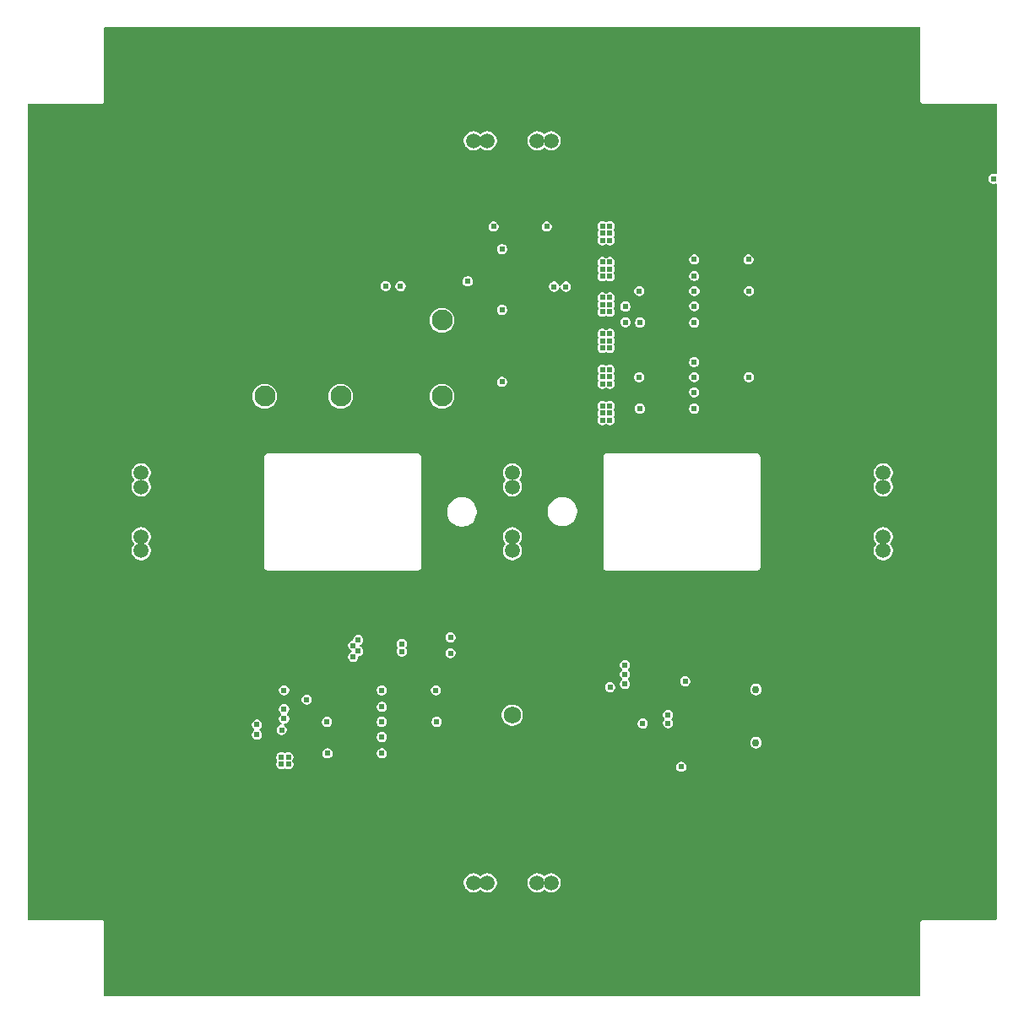
<source format=gbr>
%TF.GenerationSoftware,KiCad,Pcbnew,9.0.1*%
%TF.CreationDate,2025-06-25T17:22:12-04:00*%
%TF.ProjectId,-Z,2d5a2e6b-6963-4616-945f-706362585858,rev?*%
%TF.SameCoordinates,Original*%
%TF.FileFunction,Copper,L5,Inr*%
%TF.FilePolarity,Positive*%
%FSLAX46Y46*%
G04 Gerber Fmt 4.6, Leading zero omitted, Abs format (unit mm)*
G04 Created by KiCad (PCBNEW 9.0.1) date 2025-06-25 17:22:12*
%MOMM*%
%LPD*%
G01*
G04 APERTURE LIST*
%TA.AperFunction,ComponentPad*%
%ADD10C,0.762000*%
%TD*%
%TA.AperFunction,ComponentPad*%
%ADD11C,3.800000*%
%TD*%
%TA.AperFunction,ComponentPad*%
%ADD12C,1.500000*%
%TD*%
%TA.AperFunction,ComponentPad*%
%ADD13C,1.727200*%
%TD*%
%TA.AperFunction,ComponentPad*%
%ADD14C,2.100000*%
%TD*%
%TA.AperFunction,ViaPad*%
%ADD15C,0.609600*%
%TD*%
%TA.AperFunction,ViaPad*%
%ADD16C,0.762000*%
%TD*%
G04 APERTURE END LIST*
D10*
%TO.N,GND*%
%TO.C,H2*%
X144200001Y-145800000D03*
X143555751Y-147355750D03*
X143555751Y-144244250D03*
X142000001Y-148000000D03*
D11*
X142000001Y-145800000D03*
D10*
X142000001Y-143600000D03*
X140444251Y-147355750D03*
X140444251Y-144244250D03*
X139800001Y-145800000D03*
%TD*%
D12*
%TO.N,/Burn Wires/VBURN3*%
%TO.C,JP5*%
X164000001Y-96100000D03*
X164000001Y-97499999D03*
%TO.N,Net-(JP5-B)*%
X164000001Y-102499999D03*
X164000001Y-103899998D03*
%TD*%
D10*
%TO.N,GND*%
%TO.C,H8*%
X212000000Y-121999999D03*
X211355750Y-123555749D03*
X211355750Y-120444249D03*
X209800000Y-124199999D03*
D11*
X209800000Y-121999999D03*
D10*
X209800000Y-119799999D03*
X208244250Y-123555749D03*
X208244250Y-120444249D03*
X207600000Y-121999999D03*
%TD*%
%TO.N,GND*%
%TO.C,H5*%
X144200001Y-54200000D03*
X143555751Y-55755750D03*
X143555751Y-52644250D03*
X142000001Y-56400000D03*
D11*
X142000001Y-54200000D03*
D10*
X142000001Y-52000000D03*
X140444251Y-55755750D03*
X140444251Y-52644250D03*
X139800001Y-54200000D03*
%TD*%
%TO.N,GND*%
%TO.C,H7*%
X212000000Y-78000000D03*
X211355750Y-79555750D03*
X211355750Y-76444250D03*
X209800000Y-80200000D03*
D11*
X209800000Y-78000000D03*
D10*
X209800000Y-75800000D03*
X208244250Y-79555750D03*
X208244250Y-76444250D03*
X207600000Y-78000000D03*
%TD*%
D13*
%TO.N,/Interfaces/GPS*%
%TO.C,AE3*%
X164000000Y-120400000D03*
%TD*%
D12*
%TO.N,/Burn Wires/VBURN1*%
%TO.C,JP1*%
X167900000Y-62789000D03*
X166500001Y-62789000D03*
%TO.N,Net-(JP1-B)*%
X161500001Y-62789000D03*
X160100002Y-62789000D03*
%TD*%
D10*
%TO.N,GND*%
%TO.C,H4*%
X120400001Y-78000000D03*
X119755751Y-79555750D03*
X119755751Y-76444250D03*
X118200001Y-80200000D03*
D11*
X118200001Y-78000000D03*
D10*
X118200001Y-75800000D03*
X116644251Y-79555750D03*
X116644251Y-76444250D03*
X116000001Y-78000000D03*
%TD*%
%TO.N,GND*%
%TO.C,H3*%
X120400001Y-121999999D03*
X119755751Y-123555749D03*
X119755751Y-120444249D03*
X118200001Y-124199999D03*
D11*
X118200001Y-121999999D03*
D10*
X118200001Y-119799999D03*
X116644251Y-123555749D03*
X116644251Y-120444249D03*
X116000001Y-121999999D03*
%TD*%
D12*
%TO.N,Net-(JP3-B)*%
%TO.C,JP4*%
X126789000Y-103899999D03*
X126789000Y-102500000D03*
%TO.N,Net-(JP4-B)*%
X126789000Y-97500000D03*
X126789000Y-96100001D03*
%TD*%
D10*
%TO.N,GND*%
%TO.C,H1*%
X188200000Y-145800000D03*
X187555750Y-147355750D03*
X187555750Y-144244250D03*
X186000000Y-148000000D03*
D11*
X186000000Y-145800000D03*
D10*
X186000000Y-143600000D03*
X184444250Y-147355750D03*
X184444250Y-144244250D03*
X183800000Y-145800000D03*
%TD*%
%TO.N,GND*%
%TO.C,H6*%
X188200000Y-54200000D03*
X187555750Y-55755750D03*
X187555750Y-52644250D03*
X186000000Y-56400000D03*
D11*
X186000000Y-54200000D03*
D10*
X186000000Y-52000000D03*
X184444250Y-55755750D03*
X184444250Y-52644250D03*
X183800000Y-54200000D03*
%TD*%
D14*
%TO.N,/Burn Wires/VBURN_A_IN*%
%TO.C,U2*%
X146793600Y-88417600D03*
%TO.N,GND*%
X139173600Y-80797600D03*
%TO.N,VBATT*%
X139173600Y-88417600D03*
X156953600Y-88417600D03*
%TO.N,Net-(D1-A)*%
X156953600Y-80797600D03*
%TD*%
D12*
%TO.N,/Burn Wires/VBURN2*%
%TO.C,JP3*%
X201211001Y-97500000D03*
X201211001Y-96100001D03*
%TO.N,Net-(JP3-B)*%
X201211001Y-103899999D03*
X201211001Y-102500000D03*
%TD*%
%TO.N,Net-(JP1-B)*%
%TO.C,JP2*%
X161500001Y-137211000D03*
X160100002Y-137211000D03*
%TO.N,Net-(JP2-B)*%
X167900000Y-137211000D03*
X166500001Y-137211000D03*
%TD*%
D15*
%TO.N,GND*%
X161400000Y-128372600D03*
X165100000Y-110900000D03*
X162900000Y-113000000D03*
X163600000Y-111600000D03*
X162200000Y-125972600D03*
X162200000Y-129172600D03*
X165100000Y-115900000D03*
X165000001Y-125972600D03*
X185670201Y-121018798D03*
X165800000Y-125972600D03*
X165500000Y-121200000D03*
X162500000Y-119600000D03*
X163000001Y-121968599D03*
X166600000Y-126772600D03*
X166600000Y-128372600D03*
X164400000Y-115900000D03*
X163000001Y-125171799D03*
X152888399Y-123395400D03*
X163000001Y-125972600D03*
X165000001Y-122769399D03*
X162900000Y-110900000D03*
X164000000Y-118600000D03*
X162925001Y-113756200D03*
X184243801Y-80213400D03*
X165100000Y-111600000D03*
X163000000Y-118900000D03*
X165000001Y-124370999D03*
X165000000Y-118900000D03*
X162900000Y-111600000D03*
X164000000Y-129172600D03*
X161400000Y-125972600D03*
X163600000Y-110900000D03*
X165875001Y-114391200D03*
X165875001Y-115026200D03*
X163000001Y-122769399D03*
X148920200Y-118719600D03*
X165800000Y-112300000D03*
X165800000Y-111600000D03*
X162925001Y-114391200D03*
X165000001Y-121968599D03*
X162200000Y-120400000D03*
X163000001Y-123570199D03*
X166600000Y-127572600D03*
X162925001Y-115026200D03*
X165000001Y-125171799D03*
X161400000Y-127572600D03*
X162900000Y-115900000D03*
X163000000Y-129172600D03*
X162500000Y-121200000D03*
X162900000Y-110200000D03*
X166600000Y-125972600D03*
X165500000Y-119600000D03*
X165000000Y-129172600D03*
X179265400Y-84379000D03*
X165800000Y-120400000D03*
X165000001Y-123570199D03*
X182165000Y-120497799D03*
X163000001Y-124370999D03*
X161400000Y-129172600D03*
X161400000Y-126772600D03*
X165875001Y-113756200D03*
X165900000Y-115900000D03*
X162900000Y-112300000D03*
X163703000Y-115900000D03*
X165800000Y-113000000D03*
X184228800Y-88820999D03*
X165800000Y-129172600D03*
X180281401Y-75514399D03*
X166600000Y-129172600D03*
%TO.N,BURN_RELAY_A*%
X148556800Y-112852399D03*
X152798600Y-77380800D03*
%TO.N,SDA*%
X182237201Y-89661200D03*
X182252200Y-74699600D03*
X141114601Y-119796799D03*
X150917600Y-124230600D03*
%TO.N,SCL*%
X150917599Y-117907000D03*
X182252201Y-81023200D03*
X141114601Y-117896800D03*
%TO.N,/Burn Wires/VBURN1*%
X173042401Y-74955600D03*
X173779001Y-74955600D03*
X173779000Y-76378000D03*
X173779001Y-75666799D03*
X173042400Y-76378000D03*
X173042401Y-75666799D03*
%TO.N,/Burn Wires/VBURN2*%
X173042400Y-83566200D03*
X173779001Y-82143800D03*
X173779000Y-83566200D03*
X173042401Y-82143800D03*
X173779001Y-82854999D03*
X173042401Y-82854999D03*
%TO.N,/Burn Wires/VBURN3*%
X173042400Y-90805200D03*
X173042401Y-89382800D03*
X173779000Y-89382799D03*
X173779001Y-90093999D03*
X173779000Y-90805200D03*
X173042401Y-90093999D03*
%TO.N,SCL_M*%
X182237200Y-84987599D03*
X179625001Y-120370803D03*
%TO.N,SDA_M*%
X182237200Y-88011199D03*
X179625001Y-121209000D03*
%TO.N,SCL_IO*%
X150926600Y-119565999D03*
X152925600Y-113258796D03*
%TO.N,BURN_EN1*%
X162984001Y-73660200D03*
X148048800Y-114554200D03*
%TO.N,BURN_EN2*%
X162984001Y-79743000D03*
X148559567Y-113977544D03*
%TO.N,SDA_IO*%
X152925600Y-114020800D03*
X150917599Y-122580599D03*
%TO.N,BURN_EN3*%
X148044222Y-113416236D03*
X162984001Y-86982000D03*
%TO.N,/Light Sensor/LS_3V3*%
X182262601Y-77861400D03*
X187687802Y-74699600D03*
X187750800Y-77861400D03*
X176753600Y-77861399D03*
X159529601Y-76885999D03*
X176816600Y-81023200D03*
X175353801Y-80985701D03*
%TO.N,COIL_DRIVER_EN*%
X141114601Y-120751799D03*
X173812200Y-117589800D03*
%TO.N,/GPIO Expander/GE_3V3*%
X145418999Y-121068800D03*
X157802401Y-114173301D03*
X156416200Y-121068800D03*
X156353200Y-117907000D03*
X150907199Y-121068799D03*
X145482000Y-124230600D03*
%TO.N,/Burn Wires/VBURN_A_IN*%
X151300001Y-77355399D03*
X173779001Y-71348799D03*
X173779000Y-78511599D03*
X173779000Y-87173000D03*
X173779000Y-72771199D03*
X173779001Y-79222800D03*
X173779000Y-79934000D03*
X173042401Y-71348799D03*
X173779001Y-86461800D03*
X173042401Y-86461800D03*
X173042400Y-72060000D03*
X173042401Y-87172999D03*
X173042401Y-79933999D03*
X173779000Y-72060000D03*
X173042400Y-78511599D03*
X173042401Y-72771200D03*
X173779000Y-85750600D03*
X173042400Y-85750600D03*
X173042401Y-79222800D03*
%TO.N,3V3_P*%
X175353801Y-79410698D03*
X138398801Y-122359991D03*
X180945800Y-125590000D03*
X138398801Y-121359989D03*
X177085200Y-121234401D03*
X181340000Y-116992600D03*
X176738601Y-86499399D03*
X140873001Y-121869400D03*
X157802401Y-112598298D03*
X187735801Y-86499399D03*
X143389601Y-118846800D03*
X176801600Y-89661200D03*
X182247600Y-86499399D03*
%TO.N,VBATT_M*%
X175308401Y-116306800D03*
X175308400Y-115375902D03*
X140835201Y-124612600D03*
X175308401Y-117246600D03*
X141546400Y-125323799D03*
X141546400Y-124612600D03*
X140835201Y-125323799D03*
%TO.N,/Light Sensor/I2C Protection/DEVICE*%
X182252201Y-76349600D03*
X169384801Y-77419400D03*
%TO.N,/Light Sensor/I2C Protection1/DEVICE*%
X182252201Y-79373200D03*
X168191001Y-77419400D03*
%TO.N,/Light Sensor/ADDR*%
X162118879Y-71401124D03*
X167454400Y-71399599D03*
D16*
%TO.N,/Coil Driver/coil*%
X188438800Y-123164801D03*
X188438801Y-117830802D03*
D15*
X212285401Y-66599000D03*
%TD*%
%TA.AperFunction,Conductor*%
%TO.N,GND*%
G36*
X204882111Y-51395632D02*
G01*
X204918656Y-51445932D01*
X204923580Y-51477019D01*
X204923580Y-58749558D01*
X204949233Y-58845294D01*
X204998787Y-58931123D01*
X204998789Y-58931126D01*
X205068873Y-59001210D01*
X205068875Y-59001211D01*
X205154704Y-59050765D01*
X205154706Y-59050765D01*
X205154707Y-59050766D01*
X205250443Y-59076419D01*
X212522981Y-59076419D01*
X212582112Y-59095632D01*
X212618657Y-59145932D01*
X212623581Y-59177019D01*
X212623581Y-66033373D01*
X212604368Y-66092504D01*
X212554068Y-66129049D01*
X212491894Y-66129049D01*
X212484488Y-66126317D01*
X212481678Y-66125153D01*
X212352351Y-66090500D01*
X212352346Y-66090500D01*
X212218456Y-66090500D01*
X212218450Y-66090500D01*
X212089130Y-66125151D01*
X212089129Y-66125151D01*
X211973174Y-66192099D01*
X211878500Y-66286773D01*
X211811552Y-66402728D01*
X211811552Y-66402729D01*
X211776901Y-66532049D01*
X211776901Y-66665950D01*
X211811552Y-66795270D01*
X211811552Y-66795271D01*
X211811554Y-66795274D01*
X211878500Y-66911226D01*
X211973175Y-67005901D01*
X212086172Y-67071141D01*
X212089129Y-67072848D01*
X212218450Y-67107499D01*
X212218454Y-67107499D01*
X212218456Y-67107500D01*
X212218458Y-67107500D01*
X212352344Y-67107500D01*
X212352346Y-67107500D01*
X212352348Y-67107499D01*
X212352351Y-67107499D01*
X212481675Y-67072847D01*
X212484479Y-67071686D01*
X212486647Y-67071515D01*
X212488044Y-67071141D01*
X212488113Y-67071399D01*
X212546461Y-67066804D01*
X212599475Y-67099288D01*
X212623271Y-67156728D01*
X212623581Y-67164626D01*
X212623581Y-140822980D01*
X212604368Y-140882111D01*
X212554068Y-140918656D01*
X212522981Y-140923580D01*
X205250441Y-140923580D01*
X205154705Y-140949233D01*
X205068876Y-140998787D01*
X205068875Y-140998788D01*
X205068874Y-140998789D01*
X204998790Y-141068873D01*
X204998789Y-141068874D01*
X204998788Y-141068875D01*
X204949234Y-141154704D01*
X204923581Y-141250440D01*
X204923580Y-141250443D01*
X204923580Y-148522980D01*
X204904367Y-148582111D01*
X204854067Y-148618656D01*
X204822980Y-148623580D01*
X123177021Y-148623580D01*
X123117890Y-148604367D01*
X123081345Y-148554067D01*
X123076421Y-148522980D01*
X123076420Y-141250443D01*
X123076419Y-141250440D01*
X123050766Y-141154704D01*
X123001212Y-141068875D01*
X123001211Y-141068873D01*
X122931127Y-140998789D01*
X122931124Y-140998787D01*
X122845295Y-140949233D01*
X122749559Y-140923580D01*
X122749557Y-140923580D01*
X115477020Y-140923580D01*
X115417889Y-140904367D01*
X115381344Y-140854067D01*
X115376420Y-140822980D01*
X115376420Y-137117069D01*
X159146302Y-137117069D01*
X159146302Y-137304930D01*
X159182952Y-137489186D01*
X159254842Y-137662743D01*
X159254846Y-137662751D01*
X159296819Y-137725567D01*
X159359214Y-137818949D01*
X159492053Y-137951788D01*
X159595246Y-138020739D01*
X159648250Y-138056155D01*
X159648252Y-138056156D01*
X159648255Y-138056158D01*
X159735036Y-138092104D01*
X159821815Y-138128049D01*
X159821816Y-138128049D01*
X159821818Y-138128050D01*
X160006071Y-138164700D01*
X160006072Y-138164700D01*
X160193932Y-138164700D01*
X160193933Y-138164700D01*
X160378186Y-138128050D01*
X160551749Y-138056158D01*
X160707951Y-137951788D01*
X160728865Y-137930874D01*
X160784262Y-137902646D01*
X160845671Y-137912371D01*
X160871136Y-137930872D01*
X160892052Y-137951788D01*
X160995245Y-138020739D01*
X161048249Y-138056155D01*
X161048251Y-138056156D01*
X161048254Y-138056158D01*
X161135035Y-138092104D01*
X161221814Y-138128049D01*
X161221815Y-138128049D01*
X161221817Y-138128050D01*
X161406070Y-138164700D01*
X161406071Y-138164700D01*
X161593931Y-138164700D01*
X161593932Y-138164700D01*
X161778185Y-138128050D01*
X161951748Y-138056158D01*
X162107950Y-137951788D01*
X162240789Y-137818949D01*
X162345159Y-137662747D01*
X162417051Y-137489184D01*
X162453701Y-137304931D01*
X162453701Y-137117069D01*
X165546301Y-137117069D01*
X165546301Y-137304930D01*
X165582951Y-137489186D01*
X165654841Y-137662743D01*
X165654845Y-137662751D01*
X165696818Y-137725567D01*
X165759213Y-137818949D01*
X165892052Y-137951788D01*
X165995245Y-138020739D01*
X166048249Y-138056155D01*
X166048251Y-138056156D01*
X166048254Y-138056158D01*
X166135035Y-138092104D01*
X166221814Y-138128049D01*
X166221815Y-138128049D01*
X166221817Y-138128050D01*
X166406070Y-138164700D01*
X166406071Y-138164700D01*
X166593931Y-138164700D01*
X166593932Y-138164700D01*
X166778185Y-138128050D01*
X166951748Y-138056158D01*
X167107950Y-137951788D01*
X167128864Y-137930874D01*
X167184261Y-137902646D01*
X167245670Y-137912371D01*
X167271135Y-137930872D01*
X167292051Y-137951788D01*
X167395244Y-138020739D01*
X167448248Y-138056155D01*
X167448250Y-138056156D01*
X167448253Y-138056158D01*
X167535034Y-138092104D01*
X167621813Y-138128049D01*
X167621814Y-138128049D01*
X167621816Y-138128050D01*
X167806069Y-138164700D01*
X167806070Y-138164700D01*
X167993930Y-138164700D01*
X167993931Y-138164700D01*
X168178184Y-138128050D01*
X168351747Y-138056158D01*
X168507949Y-137951788D01*
X168640788Y-137818949D01*
X168745158Y-137662747D01*
X168817050Y-137489184D01*
X168853700Y-137304931D01*
X168853700Y-137117069D01*
X168817050Y-136932816D01*
X168745158Y-136759253D01*
X168640788Y-136603051D01*
X168507949Y-136470212D01*
X168456352Y-136435736D01*
X168351751Y-136365844D01*
X168351743Y-136365840D01*
X168178186Y-136293950D01*
X168055348Y-136269516D01*
X167993931Y-136257300D01*
X167806069Y-136257300D01*
X167760005Y-136266462D01*
X167621813Y-136293950D01*
X167448256Y-136365840D01*
X167448248Y-136365844D01*
X167292050Y-136470213D01*
X167292042Y-136470218D01*
X167271133Y-136491128D01*
X167215735Y-136519354D01*
X167154327Y-136509626D01*
X167128865Y-136491127D01*
X167107951Y-136470213D01*
X166951752Y-136365844D01*
X166951744Y-136365840D01*
X166778187Y-136293950D01*
X166655349Y-136269516D01*
X166593932Y-136257300D01*
X166406070Y-136257300D01*
X166360006Y-136266462D01*
X166221814Y-136293950D01*
X166048257Y-136365840D01*
X166048249Y-136365844D01*
X165923037Y-136449508D01*
X165892052Y-136470212D01*
X165892051Y-136470213D01*
X165892050Y-136470213D01*
X165759214Y-136603049D01*
X165759214Y-136603050D01*
X165654845Y-136759248D01*
X165654841Y-136759256D01*
X165582951Y-136932813D01*
X165546301Y-137117069D01*
X162453701Y-137117069D01*
X162417051Y-136932816D01*
X162345159Y-136759253D01*
X162240789Y-136603051D01*
X162107950Y-136470212D01*
X162056353Y-136435736D01*
X161951752Y-136365844D01*
X161951744Y-136365840D01*
X161778187Y-136293950D01*
X161655349Y-136269516D01*
X161593932Y-136257300D01*
X161406070Y-136257300D01*
X161360006Y-136266462D01*
X161221814Y-136293950D01*
X161048257Y-136365840D01*
X161048249Y-136365844D01*
X160892051Y-136470213D01*
X160892043Y-136470218D01*
X160871134Y-136491128D01*
X160815736Y-136519354D01*
X160754328Y-136509626D01*
X160728866Y-136491127D01*
X160707952Y-136470213D01*
X160551753Y-136365844D01*
X160551745Y-136365840D01*
X160378188Y-136293950D01*
X160255350Y-136269516D01*
X160193933Y-136257300D01*
X160006071Y-136257300D01*
X159960007Y-136266462D01*
X159821815Y-136293950D01*
X159648258Y-136365840D01*
X159648250Y-136365844D01*
X159523038Y-136449508D01*
X159492053Y-136470212D01*
X159492052Y-136470213D01*
X159492051Y-136470213D01*
X159359215Y-136603049D01*
X159359215Y-136603050D01*
X159254846Y-136759248D01*
X159254842Y-136759256D01*
X159182952Y-136932813D01*
X159146302Y-137117069D01*
X115376420Y-137117069D01*
X115376420Y-124545649D01*
X140326701Y-124545649D01*
X140326701Y-124679550D01*
X140361352Y-124808870D01*
X140361354Y-124808875D01*
X140424300Y-124917899D01*
X140437227Y-124978714D01*
X140424300Y-125018499D01*
X140361354Y-125127523D01*
X140361352Y-125127528D01*
X140326701Y-125256848D01*
X140326701Y-125390749D01*
X140361352Y-125520069D01*
X140361352Y-125520070D01*
X140363076Y-125523056D01*
X140428300Y-125636025D01*
X140522975Y-125730700D01*
X140638927Y-125797646D01*
X140638929Y-125797647D01*
X140768250Y-125832298D01*
X140768254Y-125832298D01*
X140768256Y-125832299D01*
X140768258Y-125832299D01*
X140902144Y-125832299D01*
X140902146Y-125832299D01*
X140902148Y-125832298D01*
X140902151Y-125832298D01*
X141031471Y-125797647D01*
X141031472Y-125797647D01*
X141031472Y-125797646D01*
X141031475Y-125797646D01*
X141140501Y-125734698D01*
X141201314Y-125721772D01*
X141241099Y-125734698D01*
X141350126Y-125797646D01*
X141350128Y-125797647D01*
X141479449Y-125832298D01*
X141479453Y-125832298D01*
X141479455Y-125832299D01*
X141479457Y-125832299D01*
X141613343Y-125832299D01*
X141613345Y-125832299D01*
X141613347Y-125832298D01*
X141613350Y-125832298D01*
X141742670Y-125797647D01*
X141742671Y-125797647D01*
X141742671Y-125797646D01*
X141742674Y-125797646D01*
X141858626Y-125730700D01*
X141953301Y-125636025D01*
X142018529Y-125523049D01*
X180437300Y-125523049D01*
X180437300Y-125656950D01*
X180471951Y-125786270D01*
X180471951Y-125786271D01*
X180478519Y-125797647D01*
X180538899Y-125902226D01*
X180633574Y-125996901D01*
X180749526Y-126063847D01*
X180749528Y-126063848D01*
X180878849Y-126098499D01*
X180878853Y-126098499D01*
X180878855Y-126098500D01*
X180878857Y-126098500D01*
X181012743Y-126098500D01*
X181012745Y-126098500D01*
X181012747Y-126098499D01*
X181012750Y-126098499D01*
X181142070Y-126063848D01*
X181142071Y-126063848D01*
X181142071Y-126063847D01*
X181142074Y-126063847D01*
X181258026Y-125996901D01*
X181352701Y-125902226D01*
X181419647Y-125786274D01*
X181454300Y-125656945D01*
X181454300Y-125523055D01*
X181454299Y-125523053D01*
X181454299Y-125523049D01*
X181419648Y-125393729D01*
X181419648Y-125393728D01*
X181352700Y-125277773D01*
X181258026Y-125183099D01*
X181142071Y-125116151D01*
X181012750Y-125081500D01*
X181012745Y-125081500D01*
X180878855Y-125081500D01*
X180878849Y-125081500D01*
X180749529Y-125116151D01*
X180749528Y-125116151D01*
X180633573Y-125183099D01*
X180538899Y-125277773D01*
X180471951Y-125393728D01*
X180471951Y-125393729D01*
X180437300Y-125523049D01*
X142018529Y-125523049D01*
X142020247Y-125520073D01*
X142020975Y-125517354D01*
X142028192Y-125490424D01*
X142054899Y-125390749D01*
X142054900Y-125390742D01*
X142054900Y-125256855D01*
X142054899Y-125256848D01*
X142020248Y-125127528D01*
X142020248Y-125127527D01*
X141957300Y-125018500D01*
X141944373Y-124957684D01*
X141957300Y-124917899D01*
X142020247Y-124808874D01*
X142038943Y-124739099D01*
X142054899Y-124679550D01*
X142054900Y-124679543D01*
X142054900Y-124545656D01*
X142054899Y-124545649D01*
X142020248Y-124416329D01*
X142020248Y-124416328D01*
X141953300Y-124300373D01*
X141858626Y-124205699D01*
X141785795Y-124163649D01*
X144973500Y-124163649D01*
X144973500Y-124297550D01*
X145008151Y-124426870D01*
X145008151Y-124426871D01*
X145008153Y-124426874D01*
X145075099Y-124542826D01*
X145169774Y-124637501D01*
X145242604Y-124679550D01*
X145285728Y-124704448D01*
X145415049Y-124739099D01*
X145415053Y-124739099D01*
X145415055Y-124739100D01*
X145415057Y-124739100D01*
X145548943Y-124739100D01*
X145548945Y-124739100D01*
X145548947Y-124739099D01*
X145548950Y-124739099D01*
X145678270Y-124704448D01*
X145678271Y-124704448D01*
X145678271Y-124704447D01*
X145678274Y-124704447D01*
X145794226Y-124637501D01*
X145888901Y-124542826D01*
X145955847Y-124426874D01*
X145989742Y-124300374D01*
X145990499Y-124297550D01*
X145990500Y-124297543D01*
X145990500Y-124163656D01*
X145990499Y-124163649D01*
X150409100Y-124163649D01*
X150409100Y-124297550D01*
X150443751Y-124426870D01*
X150443751Y-124426871D01*
X150443753Y-124426874D01*
X150510699Y-124542826D01*
X150605374Y-124637501D01*
X150678204Y-124679550D01*
X150721328Y-124704448D01*
X150850649Y-124739099D01*
X150850653Y-124739099D01*
X150850655Y-124739100D01*
X150850657Y-124739100D01*
X150984543Y-124739100D01*
X150984545Y-124739100D01*
X150984547Y-124739099D01*
X150984550Y-124739099D01*
X151113870Y-124704448D01*
X151113871Y-124704448D01*
X151113871Y-124704447D01*
X151113874Y-124704447D01*
X151229826Y-124637501D01*
X151324501Y-124542826D01*
X151391447Y-124426874D01*
X151425342Y-124300374D01*
X151426099Y-124297550D01*
X151426100Y-124297543D01*
X151426100Y-124163656D01*
X151426099Y-124163649D01*
X151391448Y-124034329D01*
X151391448Y-124034328D01*
X151324500Y-123918373D01*
X151229826Y-123823699D01*
X151113871Y-123756751D01*
X150984550Y-123722100D01*
X150984545Y-123722100D01*
X150850655Y-123722100D01*
X150850649Y-123722100D01*
X150721329Y-123756751D01*
X150721328Y-123756751D01*
X150605373Y-123823699D01*
X150510699Y-123918373D01*
X150443751Y-124034328D01*
X150443751Y-124034329D01*
X150409100Y-124163649D01*
X145990499Y-124163649D01*
X145955848Y-124034329D01*
X145955848Y-124034328D01*
X145888900Y-123918373D01*
X145794226Y-123823699D01*
X145678271Y-123756751D01*
X145548950Y-123722100D01*
X145548945Y-123722100D01*
X145415055Y-123722100D01*
X145415049Y-123722100D01*
X145285729Y-123756751D01*
X145285728Y-123756751D01*
X145169773Y-123823699D01*
X145075099Y-123918373D01*
X145008151Y-124034328D01*
X145008151Y-124034329D01*
X144973500Y-124163649D01*
X141785795Y-124163649D01*
X141742671Y-124138751D01*
X141613350Y-124104100D01*
X141613345Y-124104100D01*
X141479455Y-124104100D01*
X141479449Y-124104100D01*
X141350129Y-124138751D01*
X141350124Y-124138753D01*
X141241100Y-124201699D01*
X141180285Y-124214626D01*
X141140500Y-124201699D01*
X141031476Y-124138753D01*
X141031471Y-124138751D01*
X140902151Y-124104100D01*
X140902146Y-124104100D01*
X140768256Y-124104100D01*
X140768250Y-124104100D01*
X140638930Y-124138751D01*
X140638929Y-124138751D01*
X140522974Y-124205699D01*
X140428300Y-124300373D01*
X140361352Y-124416328D01*
X140361352Y-124416329D01*
X140326701Y-124545649D01*
X115376420Y-124545649D01*
X115376420Y-121293038D01*
X137890301Y-121293038D01*
X137890301Y-121426939D01*
X137924952Y-121556259D01*
X137924952Y-121556260D01*
X137991900Y-121672215D01*
X138086576Y-121766891D01*
X138096930Y-121772869D01*
X138138532Y-121819074D01*
X138145029Y-121880908D01*
X138113941Y-121934752D01*
X138096930Y-121947111D01*
X138086576Y-121953088D01*
X138086575Y-121953090D01*
X137991900Y-122047764D01*
X137924952Y-122163719D01*
X137924952Y-122163720D01*
X137890301Y-122293040D01*
X137890301Y-122426941D01*
X137924952Y-122556261D01*
X137924952Y-122556262D01*
X137977654Y-122647542D01*
X137991900Y-122672217D01*
X138086575Y-122766892D01*
X138153942Y-122805787D01*
X138202529Y-122833839D01*
X138331850Y-122868490D01*
X138331854Y-122868490D01*
X138331856Y-122868491D01*
X138331858Y-122868491D01*
X138465744Y-122868491D01*
X138465746Y-122868491D01*
X138465748Y-122868490D01*
X138465751Y-122868490D01*
X138595071Y-122833839D01*
X138595072Y-122833839D01*
X138595072Y-122833838D01*
X138595075Y-122833838D01*
X138711027Y-122766892D01*
X138805702Y-122672217D01*
X138872648Y-122556265D01*
X138884065Y-122513655D01*
X138884067Y-122513648D01*
X150409099Y-122513648D01*
X150409099Y-122647549D01*
X150443750Y-122776869D01*
X150443750Y-122776870D01*
X150510698Y-122892825D01*
X150605373Y-122987500D01*
X150721325Y-123054446D01*
X150721327Y-123054447D01*
X150850648Y-123089098D01*
X150850652Y-123089098D01*
X150850654Y-123089099D01*
X150850656Y-123089099D01*
X150984542Y-123089099D01*
X150984544Y-123089099D01*
X150984546Y-123089098D01*
X150984549Y-123089098D01*
X150989315Y-123087821D01*
X187854100Y-123087821D01*
X187854100Y-123241780D01*
X187893948Y-123390490D01*
X187970924Y-123523815D01*
X188079785Y-123632676D01*
X188079784Y-123632676D01*
X188213110Y-123709652D01*
X188213111Y-123709652D01*
X188213114Y-123709654D01*
X188361823Y-123749501D01*
X188361825Y-123749501D01*
X188515775Y-123749501D01*
X188515777Y-123749501D01*
X188664486Y-123709654D01*
X188797814Y-123632677D01*
X188906676Y-123523815D01*
X188983653Y-123390487D01*
X189023500Y-123241778D01*
X189023500Y-123087824D01*
X188983653Y-122939115D01*
X188906676Y-122805787D01*
X188797814Y-122696925D01*
X188797815Y-122696925D01*
X188664489Y-122619949D01*
X188664486Y-122619948D01*
X188624644Y-122609272D01*
X188515779Y-122580101D01*
X188515777Y-122580101D01*
X188361823Y-122580101D01*
X188361820Y-122580101D01*
X188213110Y-122619949D01*
X188079785Y-122696925D01*
X187970924Y-122805786D01*
X187893948Y-122939111D01*
X187854100Y-123087821D01*
X150989315Y-123087821D01*
X151113869Y-123054447D01*
X151113870Y-123054447D01*
X151113870Y-123054446D01*
X151113873Y-123054446D01*
X151229825Y-122987500D01*
X151324500Y-122892825D01*
X151391446Y-122776873D01*
X151426099Y-122647544D01*
X151426099Y-122513654D01*
X151426098Y-122513652D01*
X151426098Y-122513648D01*
X151391447Y-122384328D01*
X151391447Y-122384327D01*
X151367729Y-122343247D01*
X151324500Y-122268373D01*
X151229825Y-122173698D01*
X151113873Y-122106752D01*
X151113870Y-122106750D01*
X150984549Y-122072099D01*
X150984544Y-122072099D01*
X150850654Y-122072099D01*
X150850648Y-122072099D01*
X150721328Y-122106750D01*
X150721327Y-122106750D01*
X150605372Y-122173698D01*
X150510698Y-122268372D01*
X150443750Y-122384327D01*
X150443750Y-122384328D01*
X150409099Y-122513648D01*
X138884067Y-122513648D01*
X138892809Y-122481023D01*
X138907300Y-122426941D01*
X138907301Y-122426934D01*
X138907301Y-122293047D01*
X138907300Y-122293040D01*
X138872649Y-122163720D01*
X138872649Y-122163719D01*
X138872648Y-122163717D01*
X138805702Y-122047765D01*
X138711027Y-121953090D01*
X138711022Y-121953086D01*
X138700674Y-121947112D01*
X138659071Y-121900908D01*
X138652571Y-121839075D01*
X138673717Y-121802449D01*
X140364501Y-121802449D01*
X140364501Y-121936350D01*
X140399152Y-122065670D01*
X140399152Y-122065671D01*
X140422871Y-122106752D01*
X140466100Y-122181626D01*
X140560775Y-122276301D01*
X140676727Y-122343247D01*
X140676729Y-122343248D01*
X140806050Y-122377899D01*
X140806054Y-122377899D01*
X140806056Y-122377900D01*
X140806058Y-122377900D01*
X140939944Y-122377900D01*
X140939946Y-122377900D01*
X140939948Y-122377899D01*
X140939951Y-122377899D01*
X141069271Y-122343248D01*
X141069272Y-122343248D01*
X141069272Y-122343247D01*
X141069275Y-122343247D01*
X141185227Y-122276301D01*
X141279902Y-122181626D01*
X141346848Y-122065674D01*
X141352893Y-122043112D01*
X141381500Y-121936350D01*
X141381501Y-121936343D01*
X141381501Y-121802456D01*
X141381500Y-121802449D01*
X141346849Y-121673129D01*
X141346849Y-121673128D01*
X141328474Y-121641302D01*
X141279902Y-121557174D01*
X141185227Y-121462499D01*
X141185225Y-121462497D01*
X141155185Y-121445153D01*
X141113583Y-121398947D01*
X141107086Y-121337114D01*
X141138174Y-121283270D01*
X141179451Y-121260860D01*
X141181545Y-121260299D01*
X141181546Y-121260299D01*
X141310871Y-121225647D01*
X141310872Y-121225647D01*
X141310872Y-121225646D01*
X141310875Y-121225646D01*
X141426827Y-121158700D01*
X141521502Y-121064025D01*
X141557400Y-121001849D01*
X144910499Y-121001849D01*
X144910499Y-121135750D01*
X144945150Y-121265070D01*
X144945150Y-121265071D01*
X144956127Y-121284083D01*
X145012098Y-121381026D01*
X145106773Y-121475701D01*
X145222725Y-121542647D01*
X145222727Y-121542648D01*
X145352048Y-121577299D01*
X145352052Y-121577299D01*
X145352054Y-121577300D01*
X145352056Y-121577300D01*
X145485942Y-121577300D01*
X145485944Y-121577300D01*
X145485946Y-121577299D01*
X145485949Y-121577299D01*
X145615269Y-121542648D01*
X145615270Y-121542648D01*
X145615270Y-121542647D01*
X145615273Y-121542647D01*
X145731225Y-121475701D01*
X145825900Y-121381026D01*
X145892846Y-121265074D01*
X145903411Y-121225646D01*
X145927498Y-121135750D01*
X145927499Y-121135743D01*
X145927499Y-121001853D01*
X145927498Y-121001848D01*
X150398699Y-121001848D01*
X150398699Y-121135749D01*
X150433350Y-121265069D01*
X150433350Y-121265070D01*
X150479977Y-121345829D01*
X150500298Y-121381025D01*
X150594973Y-121475700D01*
X150594975Y-121475701D01*
X150710927Y-121542647D01*
X150840248Y-121577298D01*
X150840252Y-121577298D01*
X150840254Y-121577299D01*
X150840256Y-121577299D01*
X150974142Y-121577299D01*
X150974144Y-121577299D01*
X150974146Y-121577298D01*
X150974149Y-121577298D01*
X151088615Y-121546627D01*
X151103469Y-121542647D01*
X151103470Y-121542647D01*
X151103470Y-121542646D01*
X151103473Y-121542646D01*
X151219425Y-121475700D01*
X151314100Y-121381025D01*
X151381046Y-121265073D01*
X151408204Y-121163717D01*
X151415698Y-121135749D01*
X151415699Y-121135742D01*
X151415699Y-121001855D01*
X151415698Y-121001849D01*
X155907700Y-121001849D01*
X155907700Y-121135750D01*
X155942351Y-121265070D01*
X155942351Y-121265071D01*
X155953328Y-121284083D01*
X156009299Y-121381026D01*
X156103974Y-121475701D01*
X156219926Y-121542647D01*
X156219928Y-121542648D01*
X156349249Y-121577299D01*
X156349253Y-121577299D01*
X156349255Y-121577300D01*
X156349257Y-121577300D01*
X156483143Y-121577300D01*
X156483145Y-121577300D01*
X156483147Y-121577299D01*
X156483150Y-121577299D01*
X156612470Y-121542648D01*
X156612471Y-121542648D01*
X156612471Y-121542647D01*
X156612474Y-121542647D01*
X156728426Y-121475701D01*
X156823101Y-121381026D01*
X156890047Y-121265074D01*
X156900612Y-121225646D01*
X156924699Y-121135750D01*
X156924700Y-121135743D01*
X156924700Y-121001856D01*
X156924699Y-121001849D01*
X156890048Y-120872529D01*
X156890048Y-120872528D01*
X156883413Y-120861036D01*
X156823101Y-120756574D01*
X156728426Y-120661899D01*
X156612474Y-120594953D01*
X156612471Y-120594951D01*
X156483150Y-120560300D01*
X156483145Y-120560300D01*
X156349255Y-120560300D01*
X156349249Y-120560300D01*
X156219929Y-120594951D01*
X156219928Y-120594951D01*
X156103973Y-120661899D01*
X156009299Y-120756573D01*
X155942351Y-120872528D01*
X155942351Y-120872529D01*
X155907700Y-121001849D01*
X151415698Y-121001849D01*
X151415698Y-121001848D01*
X151381047Y-120872528D01*
X151381047Y-120872527D01*
X151374412Y-120861035D01*
X151314100Y-120756573D01*
X151219425Y-120661898D01*
X151103473Y-120594952D01*
X151103470Y-120594950D01*
X150974149Y-120560299D01*
X150974144Y-120560299D01*
X150840254Y-120560299D01*
X150840248Y-120560299D01*
X150710928Y-120594950D01*
X150710927Y-120594950D01*
X150594972Y-120661898D01*
X150500298Y-120756572D01*
X150433350Y-120872527D01*
X150433350Y-120872528D01*
X150398699Y-121001848D01*
X145927498Y-121001848D01*
X145892847Y-120872529D01*
X145892847Y-120872528D01*
X145886212Y-120861036D01*
X145825900Y-120756574D01*
X145731225Y-120661899D01*
X145615273Y-120594953D01*
X145615270Y-120594951D01*
X145485949Y-120560300D01*
X145485944Y-120560300D01*
X145352054Y-120560300D01*
X145352048Y-120560300D01*
X145222728Y-120594951D01*
X145222727Y-120594951D01*
X145106772Y-120661899D01*
X145012098Y-120756573D01*
X144945150Y-120872528D01*
X144945150Y-120872529D01*
X144910499Y-121001849D01*
X141557400Y-121001849D01*
X141588448Y-120948073D01*
X141595387Y-120922175D01*
X141623100Y-120818749D01*
X141623101Y-120818742D01*
X141623101Y-120684855D01*
X141623100Y-120684848D01*
X141588449Y-120555528D01*
X141588449Y-120555527D01*
X141559346Y-120505120D01*
X141521502Y-120439573D01*
X141427363Y-120345434D01*
X141401605Y-120294880D01*
X162932700Y-120294880D01*
X162932700Y-120505120D01*
X162945024Y-120567077D01*
X162973716Y-120711322D01*
X163054169Y-120905552D01*
X163054173Y-120905560D01*
X163170972Y-121080362D01*
X163319637Y-121229027D01*
X163494439Y-121345826D01*
X163494441Y-121345827D01*
X163494444Y-121345829D01*
X163529472Y-121360338D01*
X163688677Y-121426283D01*
X163688678Y-121426283D01*
X163688680Y-121426284D01*
X163894880Y-121467300D01*
X163894881Y-121467300D01*
X164105119Y-121467300D01*
X164105120Y-121467300D01*
X164311320Y-121426284D01*
X164505556Y-121345829D01*
X164680364Y-121229026D01*
X164741940Y-121167450D01*
X176576700Y-121167450D01*
X176576700Y-121301351D01*
X176611351Y-121430671D01*
X176611351Y-121430672D01*
X176637349Y-121475701D01*
X176678299Y-121546627D01*
X176772974Y-121641302D01*
X176844931Y-121682847D01*
X176888928Y-121708249D01*
X177018249Y-121742900D01*
X177018253Y-121742900D01*
X177018255Y-121742901D01*
X177018257Y-121742901D01*
X177152143Y-121742901D01*
X177152145Y-121742901D01*
X177152147Y-121742900D01*
X177152150Y-121742900D01*
X177281470Y-121708249D01*
X177281471Y-121708249D01*
X177281471Y-121708248D01*
X177281474Y-121708248D01*
X177397426Y-121641302D01*
X177492101Y-121546627D01*
X177559047Y-121430675D01*
X177572350Y-121381026D01*
X177593699Y-121301351D01*
X177593700Y-121301344D01*
X177593700Y-121167457D01*
X177593699Y-121167450D01*
X177559048Y-121038130D01*
X177559048Y-121038129D01*
X177544383Y-121012729D01*
X177492101Y-120922175D01*
X177397426Y-120827500D01*
X177332304Y-120789901D01*
X177281471Y-120760552D01*
X177152150Y-120725901D01*
X177152145Y-120725901D01*
X177018255Y-120725901D01*
X177018249Y-120725901D01*
X176888929Y-120760552D01*
X176888928Y-120760552D01*
X176772973Y-120827500D01*
X176678299Y-120922174D01*
X176611351Y-121038129D01*
X176611351Y-121038130D01*
X176576700Y-121167450D01*
X164741940Y-121167450D01*
X164829026Y-121080364D01*
X164945829Y-120905556D01*
X165026284Y-120711320D01*
X165067300Y-120505120D01*
X165067300Y-120303852D01*
X179116501Y-120303852D01*
X179116501Y-120437753D01*
X179151152Y-120567073D01*
X179151152Y-120567074D01*
X179218100Y-120683029D01*
X179253837Y-120718766D01*
X179282063Y-120774164D01*
X179272337Y-120835572D01*
X179253838Y-120861035D01*
X179218100Y-120896773D01*
X179151152Y-121012728D01*
X179151152Y-121012729D01*
X179116501Y-121142049D01*
X179116501Y-121275950D01*
X179151152Y-121405270D01*
X179151152Y-121405271D01*
X179191815Y-121475700D01*
X179218100Y-121521226D01*
X179312775Y-121615901D01*
X179428727Y-121682847D01*
X179428729Y-121682848D01*
X179558050Y-121717499D01*
X179558054Y-121717499D01*
X179558056Y-121717500D01*
X179558058Y-121717500D01*
X179691944Y-121717500D01*
X179691946Y-121717500D01*
X179691948Y-121717499D01*
X179691951Y-121717499D01*
X179821271Y-121682848D01*
X179821272Y-121682848D01*
X179821272Y-121682847D01*
X179821275Y-121682847D01*
X179937227Y-121615901D01*
X180031902Y-121521226D01*
X180098848Y-121405274D01*
X180126695Y-121301346D01*
X180133500Y-121275950D01*
X180133501Y-121275943D01*
X180133501Y-121142056D01*
X180133500Y-121142049D01*
X180098849Y-121012729D01*
X180098849Y-121012728D01*
X180092572Y-121001856D01*
X180031902Y-120896774D01*
X179996163Y-120861035D01*
X179967938Y-120805638D01*
X179977664Y-120744230D01*
X179996162Y-120718768D01*
X180031902Y-120683029D01*
X180098848Y-120567077D01*
X180133012Y-120439573D01*
X180133500Y-120437753D01*
X180133501Y-120437746D01*
X180133501Y-120303859D01*
X180133500Y-120303852D01*
X180098849Y-120174532D01*
X180098849Y-120174531D01*
X180098848Y-120174529D01*
X180031902Y-120058577D01*
X179937227Y-119963902D01*
X179821275Y-119896956D01*
X179821272Y-119896954D01*
X179691951Y-119862303D01*
X179691946Y-119862303D01*
X179558056Y-119862303D01*
X179558050Y-119862303D01*
X179428730Y-119896954D01*
X179428729Y-119896954D01*
X179312774Y-119963902D01*
X179218100Y-120058576D01*
X179151152Y-120174531D01*
X179151152Y-120174532D01*
X179116501Y-120303852D01*
X165067300Y-120303852D01*
X165067300Y-120294880D01*
X165026284Y-120088680D01*
X164945829Y-119894444D01*
X164925319Y-119863749D01*
X164829027Y-119719637D01*
X164680362Y-119570972D01*
X164505560Y-119454173D01*
X164505552Y-119454169D01*
X164311322Y-119373716D01*
X164173853Y-119346372D01*
X164105120Y-119332700D01*
X163894880Y-119332700D01*
X163843330Y-119342954D01*
X163688677Y-119373716D01*
X163494447Y-119454169D01*
X163494439Y-119454173D01*
X163319637Y-119570972D01*
X163319636Y-119570974D01*
X163170974Y-119719636D01*
X163170972Y-119719637D01*
X163054173Y-119894439D01*
X163054169Y-119894447D01*
X162973716Y-120088677D01*
X162950837Y-120203700D01*
X162932700Y-120294880D01*
X141401605Y-120294880D01*
X141399137Y-120290036D01*
X141408863Y-120228628D01*
X141427363Y-120203164D01*
X141455998Y-120174529D01*
X141521502Y-120109025D01*
X141588448Y-119993073D01*
X141614203Y-119896954D01*
X141623100Y-119863749D01*
X141623101Y-119863742D01*
X141623101Y-119729855D01*
X141623100Y-119729848D01*
X141588449Y-119600528D01*
X141588449Y-119600527D01*
X141555097Y-119542761D01*
X141555096Y-119542759D01*
X141529860Y-119499048D01*
X150418100Y-119499048D01*
X150418100Y-119632949D01*
X150452751Y-119762269D01*
X150452751Y-119762270D01*
X150452753Y-119762273D01*
X150519699Y-119878225D01*
X150614374Y-119972900D01*
X150730326Y-120039846D01*
X150730328Y-120039847D01*
X150859649Y-120074498D01*
X150859653Y-120074498D01*
X150859655Y-120074499D01*
X150859657Y-120074499D01*
X150993543Y-120074499D01*
X150993545Y-120074499D01*
X150993547Y-120074498D01*
X150993550Y-120074498D01*
X151122870Y-120039847D01*
X151122871Y-120039847D01*
X151122871Y-120039846D01*
X151122874Y-120039846D01*
X151238826Y-119972900D01*
X151333501Y-119878225D01*
X151400447Y-119762273D01*
X151409133Y-119729855D01*
X151435099Y-119632949D01*
X151435100Y-119632942D01*
X151435100Y-119499055D01*
X151435099Y-119499048D01*
X151400448Y-119369728D01*
X151400448Y-119369727D01*
X151400447Y-119369725D01*
X151333501Y-119253773D01*
X151238826Y-119159098D01*
X151122874Y-119092152D01*
X151122871Y-119092150D01*
X150993550Y-119057499D01*
X150993545Y-119057499D01*
X150859655Y-119057499D01*
X150859649Y-119057499D01*
X150730329Y-119092150D01*
X150730328Y-119092150D01*
X150614373Y-119159098D01*
X150519699Y-119253772D01*
X150452751Y-119369727D01*
X150452751Y-119369728D01*
X150418100Y-119499048D01*
X141529860Y-119499048D01*
X141521503Y-119484574D01*
X141426827Y-119389898D01*
X141310872Y-119322950D01*
X141181551Y-119288299D01*
X141181546Y-119288299D01*
X141047656Y-119288299D01*
X141047650Y-119288299D01*
X140918330Y-119322950D01*
X140918329Y-119322950D01*
X140802374Y-119389898D01*
X140707700Y-119484572D01*
X140640752Y-119600527D01*
X140640752Y-119600528D01*
X140606101Y-119729848D01*
X140606101Y-119863749D01*
X140640752Y-119993069D01*
X140640752Y-119993070D01*
X140707700Y-120109025D01*
X140801839Y-120203164D01*
X140830065Y-120258562D01*
X140820339Y-120319970D01*
X140801839Y-120345434D01*
X140707700Y-120439572D01*
X140640752Y-120555527D01*
X140640752Y-120555528D01*
X140606101Y-120684848D01*
X140606101Y-120818749D01*
X140640752Y-120948069D01*
X140640752Y-120948070D01*
X140707700Y-121064025D01*
X140802375Y-121158700D01*
X140802379Y-121158703D01*
X140832415Y-121176045D01*
X140874017Y-121222250D01*
X140880515Y-121284083D01*
X140849427Y-121337927D01*
X140808151Y-121360338D01*
X140676730Y-121395551D01*
X140676729Y-121395551D01*
X140560774Y-121462499D01*
X140466100Y-121557173D01*
X140399152Y-121673128D01*
X140399152Y-121673129D01*
X140364501Y-121802449D01*
X138673717Y-121802449D01*
X138683658Y-121785230D01*
X138684760Y-121784253D01*
X138692161Y-121777782D01*
X138711027Y-121766890D01*
X138805702Y-121672215D01*
X138872648Y-121556263D01*
X138894234Y-121475701D01*
X138907300Y-121426939D01*
X138907301Y-121426932D01*
X138907301Y-121293045D01*
X138907300Y-121293038D01*
X138872649Y-121163718D01*
X138872649Y-121163717D01*
X138869754Y-121158703D01*
X138805702Y-121047763D01*
X138711027Y-120953088D01*
X138657483Y-120922174D01*
X138595072Y-120886140D01*
X138465751Y-120851489D01*
X138465746Y-120851489D01*
X138331856Y-120851489D01*
X138331850Y-120851489D01*
X138202530Y-120886140D01*
X138202529Y-120886140D01*
X138086574Y-120953088D01*
X137991900Y-121047762D01*
X137924952Y-121163717D01*
X137924952Y-121163718D01*
X137890301Y-121293038D01*
X115376420Y-121293038D01*
X115376420Y-118779849D01*
X142881101Y-118779849D01*
X142881101Y-118913750D01*
X142915752Y-119043070D01*
X142915752Y-119043071D01*
X142982700Y-119159026D01*
X143077375Y-119253701D01*
X143077500Y-119253773D01*
X143193329Y-119320648D01*
X143322650Y-119355299D01*
X143322654Y-119355299D01*
X143322656Y-119355300D01*
X143322658Y-119355300D01*
X143456544Y-119355300D01*
X143456546Y-119355300D01*
X143456548Y-119355299D01*
X143456551Y-119355299D01*
X143585871Y-119320648D01*
X143585872Y-119320648D01*
X143585872Y-119320647D01*
X143585875Y-119320647D01*
X143701827Y-119253701D01*
X143796502Y-119159026D01*
X143863448Y-119043074D01*
X143898101Y-118913745D01*
X143898101Y-118779855D01*
X143898100Y-118779853D01*
X143898100Y-118779849D01*
X143863449Y-118650529D01*
X143863449Y-118650528D01*
X143796501Y-118534573D01*
X143701827Y-118439899D01*
X143585872Y-118372951D01*
X143456551Y-118338300D01*
X143456546Y-118338300D01*
X143322656Y-118338300D01*
X143322650Y-118338300D01*
X143193330Y-118372951D01*
X143193329Y-118372951D01*
X143077374Y-118439899D01*
X142982700Y-118534573D01*
X142915752Y-118650528D01*
X142915752Y-118650529D01*
X142881101Y-118779849D01*
X115376420Y-118779849D01*
X115376420Y-117829849D01*
X140606101Y-117829849D01*
X140606101Y-117963750D01*
X140640752Y-118093070D01*
X140640752Y-118093071D01*
X140643771Y-118098300D01*
X140707700Y-118209026D01*
X140802375Y-118303701D01*
X140918327Y-118370647D01*
X140918329Y-118370648D01*
X141047650Y-118405299D01*
X141047654Y-118405299D01*
X141047656Y-118405300D01*
X141047658Y-118405300D01*
X141181544Y-118405300D01*
X141181546Y-118405300D01*
X141181548Y-118405299D01*
X141181551Y-118405299D01*
X141310871Y-118370648D01*
X141310872Y-118370648D01*
X141310872Y-118370647D01*
X141310875Y-118370647D01*
X141426827Y-118303701D01*
X141521502Y-118209026D01*
X141588448Y-118093074D01*
X141623101Y-117963745D01*
X141623101Y-117840049D01*
X150409099Y-117840049D01*
X150409099Y-117973950D01*
X150443750Y-118103270D01*
X150443750Y-118103271D01*
X150443752Y-118103274D01*
X150510698Y-118219226D01*
X150605373Y-118313901D01*
X150721325Y-118380847D01*
X150721327Y-118380848D01*
X150850648Y-118415499D01*
X150850652Y-118415499D01*
X150850654Y-118415500D01*
X150850656Y-118415500D01*
X150984542Y-118415500D01*
X150984544Y-118415500D01*
X150984546Y-118415499D01*
X150984549Y-118415499D01*
X151113869Y-118380848D01*
X151113870Y-118380848D01*
X151113870Y-118380847D01*
X151113873Y-118380847D01*
X151229825Y-118313901D01*
X151324500Y-118219226D01*
X151391446Y-118103274D01*
X151426099Y-117973945D01*
X151426099Y-117840055D01*
X151426098Y-117840053D01*
X151426098Y-117840049D01*
X155844700Y-117840049D01*
X155844700Y-117973950D01*
X155879351Y-118103270D01*
X155879351Y-118103271D01*
X155879353Y-118103274D01*
X155946299Y-118219226D01*
X156040974Y-118313901D01*
X156156926Y-118380847D01*
X156156928Y-118380848D01*
X156286249Y-118415499D01*
X156286253Y-118415499D01*
X156286255Y-118415500D01*
X156286257Y-118415500D01*
X156420143Y-118415500D01*
X156420145Y-118415500D01*
X156420147Y-118415499D01*
X156420150Y-118415499D01*
X156549470Y-118380848D01*
X156549471Y-118380848D01*
X156549471Y-118380847D01*
X156549474Y-118380847D01*
X156665426Y-118313901D01*
X156760101Y-118219226D01*
X156827047Y-118103274D01*
X156861700Y-117973945D01*
X156861700Y-117840055D01*
X156861699Y-117840053D01*
X156861699Y-117840049D01*
X156827048Y-117710729D01*
X156827048Y-117710728D01*
X156827047Y-117710726D01*
X156760101Y-117594774D01*
X156688176Y-117522849D01*
X173303700Y-117522849D01*
X173303700Y-117656750D01*
X173338351Y-117786070D01*
X173338351Y-117786071D01*
X173338353Y-117786074D01*
X173405299Y-117902026D01*
X173499974Y-117996701D01*
X173603532Y-118056491D01*
X173615928Y-118063648D01*
X173745249Y-118098299D01*
X173745253Y-118098299D01*
X173745255Y-118098300D01*
X173745257Y-118098300D01*
X173879143Y-118098300D01*
X173879145Y-118098300D01*
X173879147Y-118098299D01*
X173879150Y-118098299D01*
X174008470Y-118063648D01*
X174008471Y-118063648D01*
X174008471Y-118063647D01*
X174008474Y-118063647D01*
X174124426Y-117996701D01*
X174219101Y-117902026D01*
X174286047Y-117786074D01*
X174303631Y-117720448D01*
X174320699Y-117656750D01*
X174320700Y-117656743D01*
X174320700Y-117522856D01*
X174320699Y-117522849D01*
X174286048Y-117393529D01*
X174286048Y-117393528D01*
X174219100Y-117277573D01*
X174124426Y-117182899D01*
X174008471Y-117115951D01*
X173879150Y-117081300D01*
X173879145Y-117081300D01*
X173745255Y-117081300D01*
X173745249Y-117081300D01*
X173615929Y-117115951D01*
X173615928Y-117115951D01*
X173499973Y-117182899D01*
X173405299Y-117277573D01*
X173338351Y-117393528D01*
X173338351Y-117393529D01*
X173303700Y-117522849D01*
X156688176Y-117522849D01*
X156665426Y-117500099D01*
X156549474Y-117433153D01*
X156549471Y-117433151D01*
X156420150Y-117398500D01*
X156420145Y-117398500D01*
X156286255Y-117398500D01*
X156286249Y-117398500D01*
X156156929Y-117433151D01*
X156156928Y-117433151D01*
X156040973Y-117500099D01*
X155946299Y-117594773D01*
X155879351Y-117710728D01*
X155879351Y-117710729D01*
X155844700Y-117840049D01*
X151426098Y-117840049D01*
X151391447Y-117710729D01*
X151391447Y-117710728D01*
X151391446Y-117710726D01*
X151324500Y-117594774D01*
X151229825Y-117500099D01*
X151113873Y-117433153D01*
X151113870Y-117433151D01*
X150984549Y-117398500D01*
X150984544Y-117398500D01*
X150850654Y-117398500D01*
X150850648Y-117398500D01*
X150721328Y-117433151D01*
X150721327Y-117433151D01*
X150605372Y-117500099D01*
X150510698Y-117594773D01*
X150443750Y-117710728D01*
X150443750Y-117710729D01*
X150409099Y-117840049D01*
X141623101Y-117840049D01*
X141623101Y-117829855D01*
X141623100Y-117829853D01*
X141623100Y-117829849D01*
X141588449Y-117700529D01*
X141588449Y-117700528D01*
X141565112Y-117660108D01*
X141521502Y-117584574D01*
X141426827Y-117489899D01*
X141345379Y-117442874D01*
X141310872Y-117422951D01*
X141181551Y-117388300D01*
X141181546Y-117388300D01*
X141047656Y-117388300D01*
X141047650Y-117388300D01*
X140918330Y-117422951D01*
X140918329Y-117422951D01*
X140802374Y-117489899D01*
X140707700Y-117584573D01*
X140640752Y-117700528D01*
X140640752Y-117700529D01*
X140606101Y-117829849D01*
X115376420Y-117829849D01*
X115376420Y-115308951D01*
X174799900Y-115308951D01*
X174799900Y-115442852D01*
X174834551Y-115572172D01*
X174834551Y-115572173D01*
X174901499Y-115688128D01*
X174983587Y-115770216D01*
X175011813Y-115825614D01*
X175002087Y-115887022D01*
X174983587Y-115912486D01*
X174901500Y-115994573D01*
X174834552Y-116110528D01*
X174834552Y-116110529D01*
X174799901Y-116239849D01*
X174799901Y-116373750D01*
X174834552Y-116503070D01*
X174834552Y-116503071D01*
X174901500Y-116619026D01*
X174988039Y-116705565D01*
X175016265Y-116760963D01*
X175006539Y-116822371D01*
X174988039Y-116847835D01*
X174901500Y-116934373D01*
X174834552Y-117050328D01*
X174834552Y-117050329D01*
X174799901Y-117179649D01*
X174799901Y-117313550D01*
X174834552Y-117442870D01*
X174834552Y-117442871D01*
X174851247Y-117471787D01*
X174901500Y-117558826D01*
X174996175Y-117653501D01*
X175112127Y-117720447D01*
X175112129Y-117720448D01*
X175241450Y-117755099D01*
X175241454Y-117755099D01*
X175241456Y-117755100D01*
X175241458Y-117755100D01*
X175375344Y-117755100D01*
X175375346Y-117755100D01*
X175375348Y-117755099D01*
X175375351Y-117755099D01*
X175380117Y-117753822D01*
X187854101Y-117753822D01*
X187854101Y-117907781D01*
X187893949Y-118056491D01*
X187970925Y-118189816D01*
X188079786Y-118298677D01*
X188079785Y-118298677D01*
X188213111Y-118375653D01*
X188213112Y-118375653D01*
X188213115Y-118375655D01*
X188361824Y-118415502D01*
X188361826Y-118415502D01*
X188515776Y-118415502D01*
X188515778Y-118415502D01*
X188664487Y-118375655D01*
X188797815Y-118298678D01*
X188906677Y-118189816D01*
X188983654Y-118056488D01*
X189023501Y-117907779D01*
X189023501Y-117753825D01*
X188983654Y-117605116D01*
X188977682Y-117594773D01*
X188936161Y-117522856D01*
X188906677Y-117471788D01*
X188797815Y-117362926D01*
X188797816Y-117362926D01*
X188664490Y-117285950D01*
X188664487Y-117285949D01*
X188624645Y-117275273D01*
X188515780Y-117246102D01*
X188515778Y-117246102D01*
X188361824Y-117246102D01*
X188361821Y-117246102D01*
X188213111Y-117285950D01*
X188079786Y-117362926D01*
X187970925Y-117471787D01*
X187893949Y-117605112D01*
X187854101Y-117753822D01*
X175380117Y-117753822D01*
X175504671Y-117720448D01*
X175504672Y-117720448D01*
X175504672Y-117720447D01*
X175504675Y-117720447D01*
X175620627Y-117653501D01*
X175715302Y-117558826D01*
X175782248Y-117442874D01*
X175816901Y-117313545D01*
X175816901Y-117179655D01*
X175816900Y-117179653D01*
X175816900Y-117179649D01*
X175782249Y-117050329D01*
X175782249Y-117050328D01*
X175740239Y-116977566D01*
X175715302Y-116934374D01*
X175706577Y-116925649D01*
X180831500Y-116925649D01*
X180831500Y-117059550D01*
X180866151Y-117188870D01*
X180866151Y-117188871D01*
X180866153Y-117188874D01*
X180933099Y-117304826D01*
X181027774Y-117399501D01*
X181102892Y-117442871D01*
X181143728Y-117466448D01*
X181273049Y-117501099D01*
X181273053Y-117501099D01*
X181273055Y-117501100D01*
X181273057Y-117501100D01*
X181406943Y-117501100D01*
X181406945Y-117501100D01*
X181406947Y-117501099D01*
X181406950Y-117501099D01*
X181516341Y-117471788D01*
X181536270Y-117466448D01*
X181536271Y-117466448D01*
X181536271Y-117466447D01*
X181536274Y-117466447D01*
X181652226Y-117399501D01*
X181746901Y-117304826D01*
X181813847Y-117188874D01*
X181848500Y-117059545D01*
X181848500Y-116925655D01*
X181848499Y-116925653D01*
X181848499Y-116925649D01*
X181813848Y-116796329D01*
X181813848Y-116796328D01*
X181813847Y-116796326D01*
X181746901Y-116680374D01*
X181652226Y-116585699D01*
X181536274Y-116518753D01*
X181536271Y-116518751D01*
X181406950Y-116484100D01*
X181406945Y-116484100D01*
X181273055Y-116484100D01*
X181273049Y-116484100D01*
X181143729Y-116518751D01*
X181143728Y-116518751D01*
X181027773Y-116585699D01*
X180933099Y-116680373D01*
X180866151Y-116796328D01*
X180866151Y-116796329D01*
X180831500Y-116925649D01*
X175706577Y-116925649D01*
X175626134Y-116845206D01*
X175623703Y-116842386D01*
X175613043Y-116816982D01*
X175600537Y-116792437D01*
X175601141Y-116788619D01*
X175599646Y-116785055D01*
X175605953Y-116758235D01*
X175610263Y-116731029D01*
X175613353Y-116726775D01*
X175613881Y-116724532D01*
X175616830Y-116721989D01*
X175628763Y-116705565D01*
X175653955Y-116680373D01*
X175715302Y-116619026D01*
X175782248Y-116503074D01*
X175816901Y-116373745D01*
X175816901Y-116239855D01*
X175816900Y-116239853D01*
X175816900Y-116239849D01*
X175782249Y-116110529D01*
X175782249Y-116110528D01*
X175715301Y-115994573D01*
X175633213Y-115912485D01*
X175604987Y-115857087D01*
X175614713Y-115795679D01*
X175633210Y-115770218D01*
X175715301Y-115688128D01*
X175782247Y-115572176D01*
X175816900Y-115442847D01*
X175816900Y-115308957D01*
X175816899Y-115308955D01*
X175816899Y-115308951D01*
X175782248Y-115179631D01*
X175782248Y-115179630D01*
X175715300Y-115063675D01*
X175620626Y-114969001D01*
X175504671Y-114902053D01*
X175375350Y-114867402D01*
X175375345Y-114867402D01*
X175241455Y-114867402D01*
X175241449Y-114867402D01*
X175112129Y-114902053D01*
X175112128Y-114902053D01*
X174996173Y-114969001D01*
X174901499Y-115063675D01*
X174834551Y-115179630D01*
X174834551Y-115179631D01*
X174799900Y-115308951D01*
X115376420Y-115308951D01*
X115376420Y-113349285D01*
X147535722Y-113349285D01*
X147535722Y-113483186D01*
X147570373Y-113612506D01*
X147570373Y-113612507D01*
X147622818Y-113703343D01*
X147637321Y-113728462D01*
X147731996Y-113823137D01*
X147847948Y-113890083D01*
X147847950Y-113890084D01*
X147854041Y-113892607D01*
X147853002Y-113895113D01*
X147895508Y-113922694D01*
X147917811Y-113980731D01*
X147901742Y-114040792D01*
X147858212Y-114077012D01*
X147858237Y-114077056D01*
X147857986Y-114077200D01*
X147855859Y-114078971D01*
X147852534Y-114080348D01*
X147736573Y-114147299D01*
X147641899Y-114241973D01*
X147574951Y-114357928D01*
X147574951Y-114357929D01*
X147540300Y-114487249D01*
X147540300Y-114621150D01*
X147574951Y-114750470D01*
X147574951Y-114750471D01*
X147574953Y-114750474D01*
X147641899Y-114866426D01*
X147736574Y-114961101D01*
X147852526Y-115028047D01*
X147852528Y-115028048D01*
X147981849Y-115062699D01*
X147981853Y-115062699D01*
X147981855Y-115062700D01*
X147981857Y-115062700D01*
X148115743Y-115062700D01*
X148115745Y-115062700D01*
X148115747Y-115062699D01*
X148115750Y-115062699D01*
X148245070Y-115028048D01*
X148245071Y-115028048D01*
X148245071Y-115028047D01*
X148245074Y-115028047D01*
X148361026Y-114961101D01*
X148455701Y-114866426D01*
X148522647Y-114750474D01*
X148541048Y-114681800D01*
X148557299Y-114621150D01*
X148557300Y-114621143D01*
X148557300Y-114581782D01*
X148576513Y-114522651D01*
X148626813Y-114486106D01*
X148631864Y-114484610D01*
X148755836Y-114451393D01*
X148755838Y-114451392D01*
X148755838Y-114451391D01*
X148755841Y-114451391D01*
X148871793Y-114384445D01*
X148966468Y-114289770D01*
X149033414Y-114173818D01*
X149051492Y-114106350D01*
X149068066Y-114044494D01*
X149068067Y-114044487D01*
X149068067Y-113910600D01*
X149068066Y-113910593D01*
X149033415Y-113781273D01*
X149033415Y-113781272D01*
X149033414Y-113781270D01*
X148966468Y-113665318D01*
X148871793Y-113570643D01*
X148755841Y-113503697D01*
X148751679Y-113501294D01*
X148710077Y-113455089D01*
X148703579Y-113393255D01*
X148734666Y-113339411D01*
X148751680Y-113327050D01*
X148753071Y-113326246D01*
X148753074Y-113326246D01*
X148869026Y-113259300D01*
X148936481Y-113191845D01*
X152417100Y-113191845D01*
X152417100Y-113325746D01*
X152451751Y-113455066D01*
X152451751Y-113455067D01*
X152451753Y-113455070D01*
X152518480Y-113570643D01*
X152518700Y-113571023D01*
X152522713Y-113576253D01*
X152520911Y-113577635D01*
X152544566Y-113624061D01*
X152534840Y-113685469D01*
X152522161Y-113702919D01*
X152522713Y-113703343D01*
X152518700Y-113708572D01*
X152451751Y-113824528D01*
X152451751Y-113824529D01*
X152417100Y-113953849D01*
X152417100Y-114087750D01*
X152451751Y-114217070D01*
X152451751Y-114217071D01*
X152466129Y-114241974D01*
X152518699Y-114333026D01*
X152613374Y-114427701D01*
X152716523Y-114487255D01*
X152729328Y-114494648D01*
X152858649Y-114529299D01*
X152858653Y-114529299D01*
X152858655Y-114529300D01*
X152858657Y-114529300D01*
X152992543Y-114529300D01*
X152992545Y-114529300D01*
X152992547Y-114529299D01*
X152992550Y-114529299D01*
X153121870Y-114494648D01*
X153121871Y-114494648D01*
X153121871Y-114494647D01*
X153121874Y-114494647D01*
X153237826Y-114427701D01*
X153332501Y-114333026D01*
X153399447Y-114217074D01*
X153429115Y-114106350D01*
X157293901Y-114106350D01*
X157293901Y-114240251D01*
X157328552Y-114369571D01*
X157328552Y-114369572D01*
X157375791Y-114451391D01*
X157395500Y-114485527D01*
X157490175Y-114580202D01*
X157561098Y-114621150D01*
X157606129Y-114647149D01*
X157735450Y-114681800D01*
X157735454Y-114681800D01*
X157735456Y-114681801D01*
X157735458Y-114681801D01*
X157869344Y-114681801D01*
X157869346Y-114681801D01*
X157869348Y-114681800D01*
X157869351Y-114681800D01*
X157998671Y-114647149D01*
X157998672Y-114647149D01*
X157998672Y-114647148D01*
X157998675Y-114647148D01*
X158114627Y-114580202D01*
X158209302Y-114485527D01*
X158276248Y-114369575D01*
X158310438Y-114241974D01*
X158310900Y-114240251D01*
X158310901Y-114240244D01*
X158310901Y-114106357D01*
X158310900Y-114106350D01*
X158276249Y-113977030D01*
X158276249Y-113977029D01*
X158244878Y-113922694D01*
X158209302Y-113861075D01*
X158114627Y-113766400D01*
X158005411Y-113703343D01*
X157998672Y-113699452D01*
X157869351Y-113664801D01*
X157869346Y-113664801D01*
X157735456Y-113664801D01*
X157735450Y-113664801D01*
X157606130Y-113699452D01*
X157606129Y-113699452D01*
X157490174Y-113766400D01*
X157395500Y-113861074D01*
X157328552Y-113977029D01*
X157328552Y-113977030D01*
X157293901Y-114106350D01*
X153429115Y-114106350D01*
X153434100Y-114087745D01*
X153434100Y-113953855D01*
X153434099Y-113953853D01*
X153434099Y-113953849D01*
X153399448Y-113824529D01*
X153399448Y-113824528D01*
X153374474Y-113781273D01*
X153332501Y-113708574D01*
X153332499Y-113708572D01*
X153328487Y-113703343D01*
X153330288Y-113701960D01*
X153306634Y-113655535D01*
X153316360Y-113594127D01*
X153329038Y-113576676D01*
X153328487Y-113576253D01*
X153332495Y-113571027D01*
X153332501Y-113571022D01*
X153399447Y-113455070D01*
X153430437Y-113339411D01*
X153434099Y-113325746D01*
X153434100Y-113325739D01*
X153434100Y-113191852D01*
X153434099Y-113191845D01*
X153399448Y-113062525D01*
X153399448Y-113062524D01*
X153332500Y-112946569D01*
X153237826Y-112851895D01*
X153121871Y-112784947D01*
X152992550Y-112750296D01*
X152992545Y-112750296D01*
X152858655Y-112750296D01*
X152858649Y-112750296D01*
X152729329Y-112784947D01*
X152729328Y-112784947D01*
X152613373Y-112851895D01*
X152518699Y-112946569D01*
X152451751Y-113062524D01*
X152451751Y-113062525D01*
X152417100Y-113191845D01*
X148936481Y-113191845D01*
X148963701Y-113164625D01*
X149030647Y-113048673D01*
X149065300Y-112919344D01*
X149065300Y-112785454D01*
X149065299Y-112785452D01*
X149065299Y-112785448D01*
X149030648Y-112656128D01*
X149030648Y-112656127D01*
X148983843Y-112575060D01*
X148963700Y-112540172D01*
X148954875Y-112531347D01*
X157293901Y-112531347D01*
X157293901Y-112665248D01*
X157328552Y-112794568D01*
X157328552Y-112794569D01*
X157328554Y-112794572D01*
X157395500Y-112910524D01*
X157490175Y-113005199D01*
X157589465Y-113062525D01*
X157606129Y-113072146D01*
X157735450Y-113106797D01*
X157735454Y-113106797D01*
X157735456Y-113106798D01*
X157735458Y-113106798D01*
X157869344Y-113106798D01*
X157869346Y-113106798D01*
X157869348Y-113106797D01*
X157869351Y-113106797D01*
X157998671Y-113072146D01*
X157998672Y-113072146D01*
X157998672Y-113072145D01*
X157998675Y-113072145D01*
X158114627Y-113005199D01*
X158209302Y-112910524D01*
X158276248Y-112794572D01*
X158310901Y-112665243D01*
X158310901Y-112531353D01*
X158310900Y-112531351D01*
X158310900Y-112531347D01*
X158276249Y-112402027D01*
X158276249Y-112402026D01*
X158209301Y-112286071D01*
X158114627Y-112191397D01*
X157998672Y-112124449D01*
X157869351Y-112089798D01*
X157869346Y-112089798D01*
X157735456Y-112089798D01*
X157735450Y-112089798D01*
X157606130Y-112124449D01*
X157606129Y-112124449D01*
X157490174Y-112191397D01*
X157395500Y-112286071D01*
X157328552Y-112402026D01*
X157328552Y-112402027D01*
X157293901Y-112531347D01*
X148954875Y-112531347D01*
X148869026Y-112445498D01*
X148753071Y-112378550D01*
X148623750Y-112343899D01*
X148623745Y-112343899D01*
X148489855Y-112343899D01*
X148489849Y-112343899D01*
X148360529Y-112378550D01*
X148360528Y-112378550D01*
X148244573Y-112445498D01*
X148149899Y-112540172D01*
X148082951Y-112656127D01*
X148082951Y-112656128D01*
X148048300Y-112785448D01*
X148048300Y-112811512D01*
X148029087Y-112870643D01*
X147978787Y-112907188D01*
X147973737Y-112908684D01*
X147847951Y-112942387D01*
X147847950Y-112942387D01*
X147731995Y-113009335D01*
X147637321Y-113104009D01*
X147570373Y-113219964D01*
X147570373Y-113219965D01*
X147535722Y-113349285D01*
X115376420Y-113349285D01*
X115376420Y-102406069D01*
X125835300Y-102406069D01*
X125835300Y-102593930D01*
X125871950Y-102778186D01*
X125943840Y-102951743D01*
X125943844Y-102951751D01*
X125985817Y-103014567D01*
X126048212Y-103107949D01*
X126048213Y-103107950D01*
X126069127Y-103128864D01*
X126097353Y-103184262D01*
X126087627Y-103245670D01*
X126069128Y-103271132D01*
X126048218Y-103292041D01*
X126048213Y-103292049D01*
X125943844Y-103448247D01*
X125943840Y-103448255D01*
X125871950Y-103621812D01*
X125835300Y-103806068D01*
X125835300Y-103993929D01*
X125871950Y-104178185D01*
X125943840Y-104351742D01*
X125943844Y-104351750D01*
X125985817Y-104414566D01*
X126048212Y-104507948D01*
X126181051Y-104640787D01*
X126284244Y-104709738D01*
X126337248Y-104745154D01*
X126337250Y-104745155D01*
X126337253Y-104745157D01*
X126424034Y-104781103D01*
X126510813Y-104817048D01*
X126510814Y-104817048D01*
X126510816Y-104817049D01*
X126695069Y-104853699D01*
X126695070Y-104853699D01*
X126882930Y-104853699D01*
X126882931Y-104853699D01*
X127067184Y-104817049D01*
X127240747Y-104745157D01*
X127396949Y-104640787D01*
X127529788Y-104507948D01*
X127634158Y-104351746D01*
X127706050Y-104178183D01*
X127742700Y-103993930D01*
X127742700Y-103806068D01*
X127706050Y-103621815D01*
X127706048Y-103621811D01*
X127634159Y-103448255D01*
X127634159Y-103448254D01*
X127634158Y-103448252D01*
X127529788Y-103292050D01*
X127508871Y-103271133D01*
X127480646Y-103215736D01*
X127490372Y-103154328D01*
X127508874Y-103128863D01*
X127529784Y-103107953D01*
X127529784Y-103107952D01*
X127529788Y-103107949D01*
X127634158Y-102951747D01*
X127706050Y-102778184D01*
X127742700Y-102593931D01*
X127742700Y-102406069D01*
X127706050Y-102221816D01*
X127706048Y-102221812D01*
X127634159Y-102048256D01*
X127634159Y-102048255D01*
X127634158Y-102048253D01*
X127529788Y-101892051D01*
X127396949Y-101759212D01*
X127345352Y-101724736D01*
X127240751Y-101654844D01*
X127240743Y-101654840D01*
X127067186Y-101582950D01*
X126944348Y-101558516D01*
X126882931Y-101546300D01*
X126695069Y-101546300D01*
X126649005Y-101555462D01*
X126510813Y-101582950D01*
X126337256Y-101654840D01*
X126337248Y-101654844D01*
X126212036Y-101738508D01*
X126181051Y-101759212D01*
X126181050Y-101759213D01*
X126181049Y-101759213D01*
X126048213Y-101892049D01*
X126048213Y-101892050D01*
X125943844Y-102048248D01*
X125943840Y-102048256D01*
X125871950Y-102221813D01*
X125835300Y-102406069D01*
X115376420Y-102406069D01*
X115376420Y-96006070D01*
X125835300Y-96006070D01*
X125835300Y-96193931D01*
X125871950Y-96378187D01*
X125943840Y-96551744D01*
X125943844Y-96551752D01*
X125985817Y-96614568D01*
X126048212Y-96707950D01*
X126048213Y-96707951D01*
X126069127Y-96728865D01*
X126097353Y-96784263D01*
X126087627Y-96845671D01*
X126069128Y-96871133D01*
X126048218Y-96892042D01*
X126048213Y-96892050D01*
X125943844Y-97048248D01*
X125943840Y-97048256D01*
X125871950Y-97221813D01*
X125835300Y-97406069D01*
X125835300Y-97593930D01*
X125871950Y-97778186D01*
X125943840Y-97951743D01*
X125943844Y-97951751D01*
X125985817Y-98014567D01*
X126048212Y-98107949D01*
X126181051Y-98240788D01*
X126284244Y-98309739D01*
X126337248Y-98345155D01*
X126337250Y-98345156D01*
X126337253Y-98345158D01*
X126424034Y-98381104D01*
X126510813Y-98417049D01*
X126510814Y-98417049D01*
X126510816Y-98417050D01*
X126695069Y-98453700D01*
X126695070Y-98453700D01*
X126882930Y-98453700D01*
X126882931Y-98453700D01*
X127067184Y-98417050D01*
X127240747Y-98345158D01*
X127396949Y-98240788D01*
X127529788Y-98107949D01*
X127634158Y-97951747D01*
X127706050Y-97778184D01*
X127742700Y-97593931D01*
X127742700Y-97406069D01*
X127706050Y-97221816D01*
X127706048Y-97221812D01*
X127634159Y-97048256D01*
X127634159Y-97048255D01*
X127634158Y-97048253D01*
X127529788Y-96892051D01*
X127508871Y-96871134D01*
X127480646Y-96815737D01*
X127490372Y-96754329D01*
X127508874Y-96728864D01*
X127529784Y-96707954D01*
X127529784Y-96707953D01*
X127529788Y-96707950D01*
X127634158Y-96551748D01*
X127706050Y-96378185D01*
X127742700Y-96193932D01*
X127742700Y-96006070D01*
X127706050Y-95821817D01*
X127706048Y-95821813D01*
X127634159Y-95648257D01*
X127634159Y-95648256D01*
X127634158Y-95648254D01*
X127529788Y-95492052D01*
X127396949Y-95359213D01*
X127345352Y-95324737D01*
X127240751Y-95254845D01*
X127240743Y-95254841D01*
X127067186Y-95182951D01*
X126944348Y-95158517D01*
X126882931Y-95146301D01*
X126695069Y-95146301D01*
X126649005Y-95155463D01*
X126510813Y-95182951D01*
X126337256Y-95254841D01*
X126337248Y-95254845D01*
X126212036Y-95338509D01*
X126181051Y-95359213D01*
X126181050Y-95359214D01*
X126181049Y-95359214D01*
X126048213Y-95492050D01*
X126048213Y-95492051D01*
X125943844Y-95648249D01*
X125943840Y-95648257D01*
X125871950Y-95821814D01*
X125835300Y-96006070D01*
X115376420Y-96006070D01*
X115376420Y-94450439D01*
X139123580Y-94450439D01*
X139123580Y-105549558D01*
X139149233Y-105645294D01*
X139198787Y-105731123D01*
X139198789Y-105731126D01*
X139268873Y-105801210D01*
X139283848Y-105809855D01*
X139354704Y-105850765D01*
X139354706Y-105850765D01*
X139354707Y-105850766D01*
X139450443Y-105876419D01*
X154549557Y-105876419D01*
X154645293Y-105850766D01*
X154731127Y-105801210D01*
X154801211Y-105731126D01*
X154850767Y-105645292D01*
X154876420Y-105549556D01*
X154876420Y-102406068D01*
X163046301Y-102406068D01*
X163046301Y-102593929D01*
X163082951Y-102778185D01*
X163154841Y-102951742D01*
X163154845Y-102951750D01*
X163154846Y-102951751D01*
X163259213Y-103107948D01*
X163259214Y-103107949D01*
X163280128Y-103128863D01*
X163308354Y-103184261D01*
X163298628Y-103245669D01*
X163280129Y-103271131D01*
X163259219Y-103292040D01*
X163259214Y-103292047D01*
X163259213Y-103292049D01*
X163238509Y-103323034D01*
X163154845Y-103448246D01*
X163154841Y-103448254D01*
X163082951Y-103621811D01*
X163046301Y-103806067D01*
X163046301Y-103993928D01*
X163082951Y-104178184D01*
X163154841Y-104351741D01*
X163154845Y-104351749D01*
X163154846Y-104351750D01*
X163259213Y-104507947D01*
X163392052Y-104640786D01*
X163495245Y-104709737D01*
X163548249Y-104745153D01*
X163548251Y-104745154D01*
X163548254Y-104745156D01*
X163548259Y-104745158D01*
X163721814Y-104817047D01*
X163721815Y-104817047D01*
X163721817Y-104817048D01*
X163906070Y-104853698D01*
X163906071Y-104853698D01*
X164093931Y-104853698D01*
X164093932Y-104853698D01*
X164278185Y-104817048D01*
X164451748Y-104745156D01*
X164607950Y-104640786D01*
X164740789Y-104507947D01*
X164845159Y-104351745D01*
X164917051Y-104178182D01*
X164953701Y-103993929D01*
X164953701Y-103806067D01*
X164917051Y-103621814D01*
X164845159Y-103448251D01*
X164740789Y-103292049D01*
X164719872Y-103271132D01*
X164691647Y-103215735D01*
X164701373Y-103154327D01*
X164719875Y-103128862D01*
X164740785Y-103107952D01*
X164740787Y-103107950D01*
X164740789Y-103107948D01*
X164845159Y-102951746D01*
X164917051Y-102778183D01*
X164953701Y-102593930D01*
X164953701Y-102406068D01*
X164917051Y-102221815D01*
X164845159Y-102048252D01*
X164740789Y-101892050D01*
X164607950Y-101759211D01*
X164556353Y-101724735D01*
X164451752Y-101654843D01*
X164451744Y-101654839D01*
X164278187Y-101582949D01*
X164155349Y-101558515D01*
X164093932Y-101546299D01*
X163906070Y-101546299D01*
X163860006Y-101555461D01*
X163721814Y-101582949D01*
X163548257Y-101654839D01*
X163548249Y-101654843D01*
X163423037Y-101738507D01*
X163392052Y-101759211D01*
X163392051Y-101759212D01*
X163392050Y-101759212D01*
X163259214Y-101892048D01*
X163259214Y-101892049D01*
X163259213Y-101892050D01*
X163238509Y-101923035D01*
X163154845Y-102048247D01*
X163154841Y-102048255D01*
X163082951Y-102221812D01*
X163046301Y-102406068D01*
X154876420Y-102406068D01*
X154876420Y-99898598D01*
X157483580Y-99898598D01*
X157483580Y-100131001D01*
X157519934Y-100360524D01*
X157519937Y-100360538D01*
X157591747Y-100581548D01*
X157697248Y-100788604D01*
X157697253Y-100788613D01*
X157765551Y-100882618D01*
X157833848Y-100976621D01*
X157833850Y-100976623D01*
X157998177Y-101140950D01*
X158186187Y-101277547D01*
X158186195Y-101277551D01*
X158393251Y-101383052D01*
X158614261Y-101454862D01*
X158614263Y-101454862D01*
X158614271Y-101454865D01*
X158843798Y-101491219D01*
X158843800Y-101491220D01*
X158843803Y-101491220D01*
X159076200Y-101491220D01*
X159076200Y-101491219D01*
X159305729Y-101454865D01*
X159526748Y-101383052D01*
X159733813Y-101277547D01*
X159921823Y-101140950D01*
X160086150Y-100976623D01*
X160222747Y-100788613D01*
X160328252Y-100581548D01*
X160400065Y-100360529D01*
X160436420Y-100130997D01*
X160436420Y-99898603D01*
X160431731Y-99868997D01*
X167563580Y-99868997D01*
X167563580Y-100101400D01*
X167599934Y-100330923D01*
X167599937Y-100330937D01*
X167671747Y-100551947D01*
X167750865Y-100707223D01*
X167777253Y-100759012D01*
X167798761Y-100788615D01*
X167913848Y-100947020D01*
X167913850Y-100947022D01*
X168078177Y-101111349D01*
X168266187Y-101247946D01*
X168266195Y-101247950D01*
X168473251Y-101353451D01*
X168694261Y-101425261D01*
X168694263Y-101425261D01*
X168694271Y-101425264D01*
X168923798Y-101461618D01*
X168923800Y-101461619D01*
X168923803Y-101461619D01*
X169156200Y-101461619D01*
X169156200Y-101461618D01*
X169385729Y-101425264D01*
X169606748Y-101353451D01*
X169813813Y-101247946D01*
X170001823Y-101111349D01*
X170166150Y-100947022D01*
X170302747Y-100759012D01*
X170408252Y-100551947D01*
X170480065Y-100330928D01*
X170516420Y-100101396D01*
X170516420Y-99869002D01*
X170516420Y-99868998D01*
X170516419Y-99868997D01*
X170506244Y-99804756D01*
X170480065Y-99639470D01*
X170408252Y-99418451D01*
X170408252Y-99418450D01*
X170302751Y-99211394D01*
X170302747Y-99211386D01*
X170166150Y-99023376D01*
X170001823Y-98859049D01*
X170001821Y-98859047D01*
X169854548Y-98752048D01*
X169813813Y-98722452D01*
X169813807Y-98722449D01*
X169813804Y-98722447D01*
X169606748Y-98616946D01*
X169385738Y-98545136D01*
X169385724Y-98545133D01*
X169156201Y-98508779D01*
X169156197Y-98508779D01*
X168923803Y-98508779D01*
X168923799Y-98508779D01*
X168694275Y-98545133D01*
X168694261Y-98545136D01*
X168473251Y-98616946D01*
X168266195Y-98722447D01*
X168266184Y-98722454D01*
X168078178Y-98859047D01*
X167913848Y-99023377D01*
X167777255Y-99211383D01*
X167777248Y-99211394D01*
X167671747Y-99418450D01*
X167599937Y-99639460D01*
X167599934Y-99639474D01*
X167563580Y-99868997D01*
X160431731Y-99868997D01*
X160400065Y-99669071D01*
X160400062Y-99669061D01*
X160328252Y-99448051D01*
X160222751Y-99240995D01*
X160222747Y-99240987D01*
X160086150Y-99052977D01*
X159921823Y-98888650D01*
X159921821Y-98888648D01*
X159827818Y-98820351D01*
X159733813Y-98752053D01*
X159733807Y-98752050D01*
X159733804Y-98752048D01*
X159526748Y-98646547D01*
X159305738Y-98574737D01*
X159305724Y-98574734D01*
X159076201Y-98538380D01*
X159076197Y-98538380D01*
X158843803Y-98538380D01*
X158843799Y-98538380D01*
X158614275Y-98574734D01*
X158614261Y-98574737D01*
X158393251Y-98646547D01*
X158186195Y-98752048D01*
X158186184Y-98752055D01*
X157998178Y-98888648D01*
X157833848Y-99052978D01*
X157697255Y-99240984D01*
X157697248Y-99240995D01*
X157591747Y-99448051D01*
X157519937Y-99669061D01*
X157519934Y-99669075D01*
X157483580Y-99898598D01*
X154876420Y-99898598D01*
X154876420Y-96006069D01*
X163046301Y-96006069D01*
X163046301Y-96193930D01*
X163082951Y-96378186D01*
X163154841Y-96551743D01*
X163154845Y-96551751D01*
X163154846Y-96551752D01*
X163259213Y-96707949D01*
X163259214Y-96707950D01*
X163280128Y-96728864D01*
X163308354Y-96784262D01*
X163298628Y-96845670D01*
X163280129Y-96871132D01*
X163259219Y-96892041D01*
X163259214Y-96892048D01*
X163259213Y-96892050D01*
X163238509Y-96923035D01*
X163154845Y-97048247D01*
X163154841Y-97048255D01*
X163082951Y-97221812D01*
X163046301Y-97406068D01*
X163046301Y-97593929D01*
X163082951Y-97778185D01*
X163154841Y-97951742D01*
X163154845Y-97951750D01*
X163154846Y-97951751D01*
X163259213Y-98107948D01*
X163392052Y-98240787D01*
X163495245Y-98309738D01*
X163548249Y-98345154D01*
X163548251Y-98345155D01*
X163548254Y-98345157D01*
X163548259Y-98345159D01*
X163721814Y-98417048D01*
X163721815Y-98417048D01*
X163721817Y-98417049D01*
X163906070Y-98453699D01*
X163906071Y-98453699D01*
X164093931Y-98453699D01*
X164093932Y-98453699D01*
X164278185Y-98417049D01*
X164451748Y-98345157D01*
X164607950Y-98240787D01*
X164740789Y-98107948D01*
X164845159Y-97951746D01*
X164917051Y-97778183D01*
X164953701Y-97593930D01*
X164953701Y-97406068D01*
X164917051Y-97221815D01*
X164845159Y-97048252D01*
X164740789Y-96892050D01*
X164719872Y-96871133D01*
X164691647Y-96815736D01*
X164701373Y-96754328D01*
X164719875Y-96728863D01*
X164740785Y-96707953D01*
X164740787Y-96707951D01*
X164740789Y-96707949D01*
X164845159Y-96551747D01*
X164917051Y-96378184D01*
X164953701Y-96193931D01*
X164953701Y-96006069D01*
X164917051Y-95821816D01*
X164845159Y-95648253D01*
X164740789Y-95492051D01*
X164607950Y-95359212D01*
X164556353Y-95324736D01*
X164451752Y-95254844D01*
X164451744Y-95254840D01*
X164278187Y-95182950D01*
X164155349Y-95158516D01*
X164093932Y-95146300D01*
X163906070Y-95146300D01*
X163860006Y-95155462D01*
X163721814Y-95182950D01*
X163548257Y-95254840D01*
X163548249Y-95254844D01*
X163423037Y-95338508D01*
X163392052Y-95359212D01*
X163392051Y-95359213D01*
X163392050Y-95359213D01*
X163259214Y-95492049D01*
X163259214Y-95492050D01*
X163259213Y-95492051D01*
X163238509Y-95523036D01*
X163154845Y-95648248D01*
X163154841Y-95648256D01*
X163082951Y-95821813D01*
X163046301Y-96006069D01*
X154876420Y-96006069D01*
X154876420Y-94450442D01*
X154876419Y-94450440D01*
X173123580Y-94450440D01*
X173123580Y-105549559D01*
X173149233Y-105645295D01*
X173198787Y-105731124D01*
X173198789Y-105731127D01*
X173268873Y-105801211D01*
X173268875Y-105801212D01*
X173354704Y-105850766D01*
X173354706Y-105850766D01*
X173354707Y-105850767D01*
X173450443Y-105876420D01*
X188549557Y-105876420D01*
X188645293Y-105850767D01*
X188645297Y-105850765D01*
X188660268Y-105842121D01*
X188731127Y-105801211D01*
X188801211Y-105731127D01*
X188850767Y-105645293D01*
X188876420Y-105549557D01*
X188876420Y-102406069D01*
X200257301Y-102406069D01*
X200257301Y-102593930D01*
X200293951Y-102778186D01*
X200365841Y-102951743D01*
X200365845Y-102951751D01*
X200407818Y-103014567D01*
X200470213Y-103107949D01*
X200470214Y-103107950D01*
X200491128Y-103128864D01*
X200519354Y-103184262D01*
X200509628Y-103245670D01*
X200491129Y-103271132D01*
X200470219Y-103292041D01*
X200470214Y-103292049D01*
X200365845Y-103448247D01*
X200365841Y-103448255D01*
X200293951Y-103621812D01*
X200257301Y-103806068D01*
X200257301Y-103993929D01*
X200293951Y-104178185D01*
X200365841Y-104351742D01*
X200365845Y-104351750D01*
X200407818Y-104414566D01*
X200470213Y-104507948D01*
X200603052Y-104640787D01*
X200706245Y-104709738D01*
X200759249Y-104745154D01*
X200759251Y-104745155D01*
X200759254Y-104745157D01*
X200846035Y-104781103D01*
X200932814Y-104817048D01*
X200932815Y-104817048D01*
X200932817Y-104817049D01*
X201117070Y-104853699D01*
X201117071Y-104853699D01*
X201304931Y-104853699D01*
X201304932Y-104853699D01*
X201489185Y-104817049D01*
X201662748Y-104745157D01*
X201818950Y-104640787D01*
X201951789Y-104507948D01*
X202056159Y-104351746D01*
X202128051Y-104178183D01*
X202164701Y-103993930D01*
X202164701Y-103806068D01*
X202128051Y-103621815D01*
X202128049Y-103621811D01*
X202056160Y-103448255D01*
X202056160Y-103448254D01*
X202056159Y-103448252D01*
X201951789Y-103292050D01*
X201930872Y-103271133D01*
X201902647Y-103215736D01*
X201912373Y-103154328D01*
X201930875Y-103128863D01*
X201951785Y-103107953D01*
X201951785Y-103107952D01*
X201951789Y-103107949D01*
X202056159Y-102951747D01*
X202128051Y-102778184D01*
X202164701Y-102593931D01*
X202164701Y-102406069D01*
X202128051Y-102221816D01*
X202128049Y-102221812D01*
X202056160Y-102048256D01*
X202056160Y-102048255D01*
X202056159Y-102048253D01*
X201951789Y-101892051D01*
X201818950Y-101759212D01*
X201767353Y-101724736D01*
X201662752Y-101654844D01*
X201662744Y-101654840D01*
X201489187Y-101582950D01*
X201366349Y-101558516D01*
X201304932Y-101546300D01*
X201117070Y-101546300D01*
X201071006Y-101555462D01*
X200932814Y-101582950D01*
X200759257Y-101654840D01*
X200759249Y-101654844D01*
X200634037Y-101738508D01*
X200603052Y-101759212D01*
X200603051Y-101759213D01*
X200603050Y-101759213D01*
X200470214Y-101892049D01*
X200470214Y-101892050D01*
X200365845Y-102048248D01*
X200365841Y-102048256D01*
X200293951Y-102221813D01*
X200257301Y-102406069D01*
X188876420Y-102406069D01*
X188876420Y-96006070D01*
X200257301Y-96006070D01*
X200257301Y-96193931D01*
X200293951Y-96378187D01*
X200365841Y-96551744D01*
X200365845Y-96551752D01*
X200407818Y-96614568D01*
X200470213Y-96707950D01*
X200470214Y-96707951D01*
X200491128Y-96728865D01*
X200519354Y-96784263D01*
X200509628Y-96845671D01*
X200491129Y-96871133D01*
X200470219Y-96892042D01*
X200470214Y-96892050D01*
X200365845Y-97048248D01*
X200365841Y-97048256D01*
X200293951Y-97221813D01*
X200257301Y-97406069D01*
X200257301Y-97593930D01*
X200293951Y-97778186D01*
X200365841Y-97951743D01*
X200365845Y-97951751D01*
X200407818Y-98014567D01*
X200470213Y-98107949D01*
X200603052Y-98240788D01*
X200706245Y-98309739D01*
X200759249Y-98345155D01*
X200759251Y-98345156D01*
X200759254Y-98345158D01*
X200846035Y-98381104D01*
X200932814Y-98417049D01*
X200932815Y-98417049D01*
X200932817Y-98417050D01*
X201117070Y-98453700D01*
X201117071Y-98453700D01*
X201304931Y-98453700D01*
X201304932Y-98453700D01*
X201489185Y-98417050D01*
X201662748Y-98345158D01*
X201818950Y-98240788D01*
X201951789Y-98107949D01*
X202056159Y-97951747D01*
X202128051Y-97778184D01*
X202164701Y-97593931D01*
X202164701Y-97406069D01*
X202128051Y-97221816D01*
X202128049Y-97221812D01*
X202056160Y-97048256D01*
X202056160Y-97048255D01*
X202056159Y-97048253D01*
X201951789Y-96892051D01*
X201930872Y-96871134D01*
X201902647Y-96815737D01*
X201912373Y-96754329D01*
X201930875Y-96728864D01*
X201951785Y-96707954D01*
X201951785Y-96707953D01*
X201951789Y-96707950D01*
X202056159Y-96551748D01*
X202128051Y-96378185D01*
X202164701Y-96193932D01*
X202164701Y-96006070D01*
X202128051Y-95821817D01*
X202128049Y-95821813D01*
X202056160Y-95648257D01*
X202056160Y-95648256D01*
X202056159Y-95648254D01*
X201951789Y-95492052D01*
X201818950Y-95359213D01*
X201767353Y-95324737D01*
X201662752Y-95254845D01*
X201662744Y-95254841D01*
X201489187Y-95182951D01*
X201366349Y-95158517D01*
X201304932Y-95146301D01*
X201117070Y-95146301D01*
X201071006Y-95155463D01*
X200932814Y-95182951D01*
X200759257Y-95254841D01*
X200759249Y-95254845D01*
X200634037Y-95338509D01*
X200603052Y-95359213D01*
X200603051Y-95359214D01*
X200603050Y-95359214D01*
X200470214Y-95492050D01*
X200470214Y-95492051D01*
X200365845Y-95648249D01*
X200365841Y-95648257D01*
X200293951Y-95821814D01*
X200257301Y-96006070D01*
X188876420Y-96006070D01*
X188876420Y-94450443D01*
X188850767Y-94354707D01*
X188850766Y-94354706D01*
X188850766Y-94354704D01*
X188801212Y-94268875D01*
X188801211Y-94268873D01*
X188731127Y-94198789D01*
X188731122Y-94198786D01*
X188645295Y-94149233D01*
X188549559Y-94123580D01*
X188549557Y-94123580D01*
X173549557Y-94123580D01*
X173450443Y-94123580D01*
X173450440Y-94123580D01*
X173354704Y-94149233D01*
X173268875Y-94198787D01*
X173268874Y-94198788D01*
X173268873Y-94198789D01*
X173198789Y-94268873D01*
X173198788Y-94268874D01*
X173198787Y-94268875D01*
X173149233Y-94354704D01*
X173123580Y-94450440D01*
X154876419Y-94450440D01*
X154850767Y-94354706D01*
X154850766Y-94354704D01*
X154850766Y-94354703D01*
X154801212Y-94268874D01*
X154801211Y-94268872D01*
X154731127Y-94198788D01*
X154731124Y-94198786D01*
X154645295Y-94149232D01*
X154549559Y-94123579D01*
X154549557Y-94123579D01*
X139549557Y-94123579D01*
X139450443Y-94123579D01*
X139450440Y-94123579D01*
X139354704Y-94149232D01*
X139268875Y-94198786D01*
X139268874Y-94198787D01*
X139268873Y-94198788D01*
X139198789Y-94268872D01*
X139198788Y-94268873D01*
X139198787Y-94268874D01*
X139149233Y-94354703D01*
X139123580Y-94450439D01*
X115376420Y-94450439D01*
X115376420Y-90738249D01*
X172533900Y-90738249D01*
X172533900Y-90872150D01*
X172568551Y-91001470D01*
X172568551Y-91001471D01*
X172568553Y-91001474D01*
X172635499Y-91117426D01*
X172730174Y-91212101D01*
X172846126Y-91279047D01*
X172846128Y-91279048D01*
X172975449Y-91313699D01*
X172975453Y-91313699D01*
X172975455Y-91313700D01*
X172975457Y-91313700D01*
X173109343Y-91313700D01*
X173109345Y-91313700D01*
X173109347Y-91313699D01*
X173109350Y-91313699D01*
X173238670Y-91279048D01*
X173238671Y-91279048D01*
X173238671Y-91279047D01*
X173238674Y-91279047D01*
X173354626Y-91212101D01*
X173354626Y-91212100D01*
X173360336Y-91208804D01*
X173362028Y-91211735D01*
X173407408Y-91195331D01*
X173460055Y-91210551D01*
X173461064Y-91208804D01*
X173582728Y-91279048D01*
X173712049Y-91313699D01*
X173712053Y-91313699D01*
X173712055Y-91313700D01*
X173712057Y-91313700D01*
X173845943Y-91313700D01*
X173845945Y-91313700D01*
X173845947Y-91313699D01*
X173845950Y-91313699D01*
X173975270Y-91279048D01*
X173975271Y-91279048D01*
X173975271Y-91279047D01*
X173975274Y-91279047D01*
X174091226Y-91212101D01*
X174185901Y-91117426D01*
X174252847Y-91001474D01*
X174287500Y-90872145D01*
X174287500Y-90738255D01*
X174287499Y-90738253D01*
X174287499Y-90738249D01*
X174252848Y-90608929D01*
X174252848Y-90608928D01*
X174189900Y-90499901D01*
X174176973Y-90439085D01*
X174189898Y-90399302D01*
X174252848Y-90290273D01*
X174287501Y-90160944D01*
X174287501Y-90027054D01*
X174287500Y-90027052D01*
X174287500Y-90027048D01*
X174252849Y-89897728D01*
X174252849Y-89897727D01*
X174252847Y-89897723D01*
X174189899Y-89788696D01*
X174186009Y-89770393D01*
X174177590Y-89753682D01*
X174179872Y-89741522D01*
X174176973Y-89727883D01*
X174187596Y-89692318D01*
X174188692Y-89690190D01*
X174244085Y-89594249D01*
X176293100Y-89594249D01*
X176293100Y-89728150D01*
X176327751Y-89857470D01*
X176327751Y-89857471D01*
X176327753Y-89857474D01*
X176394699Y-89973426D01*
X176489374Y-90068101D01*
X176605326Y-90135047D01*
X176605328Y-90135048D01*
X176734649Y-90169699D01*
X176734653Y-90169699D01*
X176734655Y-90169700D01*
X176734657Y-90169700D01*
X176868543Y-90169700D01*
X176868545Y-90169700D01*
X176868547Y-90169699D01*
X176868550Y-90169699D01*
X176997870Y-90135048D01*
X176997871Y-90135048D01*
X176997871Y-90135047D01*
X176997874Y-90135047D01*
X177113826Y-90068101D01*
X177208501Y-89973426D01*
X177275447Y-89857474D01*
X177306516Y-89741522D01*
X177310099Y-89728150D01*
X177310100Y-89728143D01*
X177310100Y-89594256D01*
X177310099Y-89594249D01*
X181728701Y-89594249D01*
X181728701Y-89728150D01*
X181763352Y-89857470D01*
X181763352Y-89857471D01*
X181763354Y-89857474D01*
X181830300Y-89973426D01*
X181924975Y-90068101D01*
X182040927Y-90135047D01*
X182040929Y-90135048D01*
X182170250Y-90169699D01*
X182170254Y-90169699D01*
X182170256Y-90169700D01*
X182170258Y-90169700D01*
X182304144Y-90169700D01*
X182304146Y-90169700D01*
X182304148Y-90169699D01*
X182304151Y-90169699D01*
X182433471Y-90135048D01*
X182433472Y-90135048D01*
X182433472Y-90135047D01*
X182433475Y-90135047D01*
X182549427Y-90068101D01*
X182644102Y-89973426D01*
X182711048Y-89857474D01*
X182742117Y-89741522D01*
X182745700Y-89728150D01*
X182745701Y-89728143D01*
X182745701Y-89594256D01*
X182745700Y-89594249D01*
X182711049Y-89464929D01*
X182711049Y-89464928D01*
X182702283Y-89449745D01*
X182644102Y-89348974D01*
X182549427Y-89254299D01*
X182433475Y-89187353D01*
X182433472Y-89187351D01*
X182304151Y-89152700D01*
X182304146Y-89152700D01*
X182170256Y-89152700D01*
X182170250Y-89152700D01*
X182040930Y-89187351D01*
X182040929Y-89187351D01*
X181924974Y-89254299D01*
X181830300Y-89348973D01*
X181763352Y-89464928D01*
X181763352Y-89464929D01*
X181728701Y-89594249D01*
X177310099Y-89594249D01*
X177275448Y-89464929D01*
X177275448Y-89464928D01*
X177266682Y-89449745D01*
X177208501Y-89348974D01*
X177113826Y-89254299D01*
X176997874Y-89187353D01*
X176997871Y-89187351D01*
X176868550Y-89152700D01*
X176868545Y-89152700D01*
X176734655Y-89152700D01*
X176734649Y-89152700D01*
X176605329Y-89187351D01*
X176605328Y-89187351D01*
X176489373Y-89254299D01*
X176394699Y-89348973D01*
X176327751Y-89464928D01*
X176327751Y-89464929D01*
X176293100Y-89594249D01*
X174244085Y-89594249D01*
X174252847Y-89579073D01*
X174283432Y-89464926D01*
X174287499Y-89449749D01*
X174287500Y-89449742D01*
X174287500Y-89315855D01*
X174287499Y-89315848D01*
X174252848Y-89186528D01*
X174252848Y-89186527D01*
X174188273Y-89074682D01*
X174185901Y-89070573D01*
X174091226Y-88975898D01*
X173975274Y-88908952D01*
X173975271Y-88908950D01*
X173845950Y-88874299D01*
X173845945Y-88874299D01*
X173712055Y-88874299D01*
X173712049Y-88874299D01*
X173582729Y-88908950D01*
X173582728Y-88908950D01*
X173461064Y-88979195D01*
X173459531Y-88976540D01*
X173412226Y-88992709D01*
X173361552Y-88977090D01*
X173360337Y-88979196D01*
X173238672Y-88908951D01*
X173109351Y-88874300D01*
X173109346Y-88874300D01*
X172975456Y-88874300D01*
X172975450Y-88874300D01*
X172846130Y-88908951D01*
X172846129Y-88908951D01*
X172730174Y-88975899D01*
X172635500Y-89070573D01*
X172568552Y-89186528D01*
X172568552Y-89186529D01*
X172533901Y-89315849D01*
X172533901Y-89449750D01*
X172568552Y-89579070D01*
X172568554Y-89579075D01*
X172631500Y-89688099D01*
X172644427Y-89748914D01*
X172631500Y-89788699D01*
X172568554Y-89897723D01*
X172568552Y-89897728D01*
X172533901Y-90027048D01*
X172533901Y-90160949D01*
X172568552Y-90290269D01*
X172568554Y-90290274D01*
X172631500Y-90399298D01*
X172644427Y-90460113D01*
X172631500Y-90499898D01*
X172568553Y-90608924D01*
X172568551Y-90608929D01*
X172533900Y-90738249D01*
X115376420Y-90738249D01*
X115376420Y-88318925D01*
X137919900Y-88318925D01*
X137919900Y-88516274D01*
X137950768Y-88711169D01*
X137950772Y-88711185D01*
X138011749Y-88898854D01*
X138101339Y-89074682D01*
X138217329Y-89234329D01*
X138356870Y-89373870D01*
X138516517Y-89489860D01*
X138516516Y-89489860D01*
X138692345Y-89579450D01*
X138880014Y-89640427D01*
X138880017Y-89640427D01*
X138880024Y-89640430D01*
X138880029Y-89640430D01*
X138880030Y-89640431D01*
X139074925Y-89671299D01*
X139074930Y-89671300D01*
X139074932Y-89671300D01*
X139272270Y-89671300D01*
X139272274Y-89671299D01*
X139467176Y-89640430D01*
X139654854Y-89579450D01*
X139830682Y-89489861D01*
X139990331Y-89373869D01*
X140129869Y-89234331D01*
X140245861Y-89074682D01*
X140335450Y-88898854D01*
X140396430Y-88711176D01*
X140427300Y-88516268D01*
X140427300Y-88318932D01*
X140427299Y-88318925D01*
X145539900Y-88318925D01*
X145539900Y-88516274D01*
X145570768Y-88711169D01*
X145570772Y-88711185D01*
X145631749Y-88898854D01*
X145721339Y-89074682D01*
X145837329Y-89234329D01*
X145976870Y-89373870D01*
X146136517Y-89489860D01*
X146136516Y-89489860D01*
X146312345Y-89579450D01*
X146500014Y-89640427D01*
X146500017Y-89640427D01*
X146500024Y-89640430D01*
X146500029Y-89640430D01*
X146500030Y-89640431D01*
X146694925Y-89671299D01*
X146694930Y-89671300D01*
X146694932Y-89671300D01*
X146892270Y-89671300D01*
X146892274Y-89671299D01*
X147087176Y-89640430D01*
X147274854Y-89579450D01*
X147450682Y-89489861D01*
X147610331Y-89373869D01*
X147749869Y-89234331D01*
X147865861Y-89074682D01*
X147955450Y-88898854D01*
X148016430Y-88711176D01*
X148047300Y-88516268D01*
X148047300Y-88318932D01*
X148047299Y-88318925D01*
X155699900Y-88318925D01*
X155699900Y-88516274D01*
X155730768Y-88711169D01*
X155730772Y-88711185D01*
X155791749Y-88898854D01*
X155881339Y-89074682D01*
X155997329Y-89234329D01*
X156136870Y-89373870D01*
X156296517Y-89489860D01*
X156296516Y-89489860D01*
X156472345Y-89579450D01*
X156660014Y-89640427D01*
X156660017Y-89640427D01*
X156660024Y-89640430D01*
X156660029Y-89640430D01*
X156660030Y-89640431D01*
X156854925Y-89671299D01*
X156854930Y-89671300D01*
X156854932Y-89671300D01*
X157052270Y-89671300D01*
X157052274Y-89671299D01*
X157247176Y-89640430D01*
X157434854Y-89579450D01*
X157610682Y-89489861D01*
X157770331Y-89373869D01*
X157909869Y-89234331D01*
X158025861Y-89074682D01*
X158115450Y-88898854D01*
X158176430Y-88711176D01*
X158207300Y-88516268D01*
X158207300Y-88318932D01*
X158176430Y-88124024D01*
X158176427Y-88124014D01*
X158125978Y-87968747D01*
X158118018Y-87944248D01*
X181728700Y-87944248D01*
X181728700Y-88078149D01*
X181763351Y-88207469D01*
X181763351Y-88207470D01*
X181763353Y-88207473D01*
X181830299Y-88323425D01*
X181924974Y-88418100D01*
X182040926Y-88485046D01*
X182040928Y-88485047D01*
X182170249Y-88519698D01*
X182170253Y-88519698D01*
X182170255Y-88519699D01*
X182170257Y-88519699D01*
X182304143Y-88519699D01*
X182304145Y-88519699D01*
X182304147Y-88519698D01*
X182304150Y-88519698D01*
X182433470Y-88485047D01*
X182433471Y-88485047D01*
X182433471Y-88485046D01*
X182433474Y-88485046D01*
X182549426Y-88418100D01*
X182644101Y-88323425D01*
X182711047Y-88207473D01*
X182733407Y-88124024D01*
X182745699Y-88078149D01*
X182745700Y-88078142D01*
X182745700Y-87944255D01*
X182745699Y-87944248D01*
X182711048Y-87814928D01*
X182711048Y-87814927D01*
X182711047Y-87814925D01*
X182644101Y-87698973D01*
X182549426Y-87604298D01*
X182507168Y-87579900D01*
X182433471Y-87537350D01*
X182304150Y-87502699D01*
X182304145Y-87502699D01*
X182170255Y-87502699D01*
X182170249Y-87502699D01*
X182040929Y-87537350D01*
X182040928Y-87537350D01*
X181924973Y-87604298D01*
X181830299Y-87698972D01*
X181763351Y-87814927D01*
X181763351Y-87814928D01*
X181728700Y-87944248D01*
X158118018Y-87944248D01*
X158115450Y-87936345D01*
X158025860Y-87760517D01*
X157909870Y-87600870D01*
X157770329Y-87461329D01*
X157610682Y-87345339D01*
X157610683Y-87345339D01*
X157434854Y-87255749D01*
X157247185Y-87194772D01*
X157247169Y-87194768D01*
X157052274Y-87163900D01*
X157052268Y-87163900D01*
X156854932Y-87163900D01*
X156854925Y-87163900D01*
X156660030Y-87194768D01*
X156660014Y-87194772D01*
X156472345Y-87255749D01*
X156296517Y-87345339D01*
X156136870Y-87461329D01*
X155997329Y-87600870D01*
X155881339Y-87760517D01*
X155791749Y-87936345D01*
X155730772Y-88124014D01*
X155730768Y-88124030D01*
X155699900Y-88318925D01*
X148047299Y-88318925D01*
X148016430Y-88124024D01*
X148016427Y-88124014D01*
X147955450Y-87936345D01*
X147865860Y-87760517D01*
X147749870Y-87600870D01*
X147610329Y-87461329D01*
X147450682Y-87345339D01*
X147450683Y-87345339D01*
X147274854Y-87255749D01*
X147087185Y-87194772D01*
X147087169Y-87194768D01*
X146892274Y-87163900D01*
X146892268Y-87163900D01*
X146694932Y-87163900D01*
X146694925Y-87163900D01*
X146500030Y-87194768D01*
X146500014Y-87194772D01*
X146312345Y-87255749D01*
X146136517Y-87345339D01*
X145976870Y-87461329D01*
X145837329Y-87600870D01*
X145721339Y-87760517D01*
X145631749Y-87936345D01*
X145570772Y-88124014D01*
X145570768Y-88124030D01*
X145539900Y-88318925D01*
X140427299Y-88318925D01*
X140396430Y-88124024D01*
X140396427Y-88124014D01*
X140335450Y-87936345D01*
X140245860Y-87760517D01*
X140129870Y-87600870D01*
X139990329Y-87461329D01*
X139830682Y-87345339D01*
X139830683Y-87345339D01*
X139654854Y-87255749D01*
X139467185Y-87194772D01*
X139467169Y-87194768D01*
X139272274Y-87163900D01*
X139272268Y-87163900D01*
X139074932Y-87163900D01*
X139074925Y-87163900D01*
X138880030Y-87194768D01*
X138880014Y-87194772D01*
X138692345Y-87255749D01*
X138516517Y-87345339D01*
X138356870Y-87461329D01*
X138217329Y-87600870D01*
X138101339Y-87760517D01*
X138011749Y-87936345D01*
X137950772Y-88124014D01*
X137950768Y-88124030D01*
X137919900Y-88318925D01*
X115376420Y-88318925D01*
X115376420Y-86915049D01*
X162475501Y-86915049D01*
X162475501Y-87048950D01*
X162510152Y-87178270D01*
X162510152Y-87178271D01*
X162577100Y-87294226D01*
X162671775Y-87388901D01*
X162787727Y-87455847D01*
X162787729Y-87455848D01*
X162917050Y-87490499D01*
X162917054Y-87490499D01*
X162917056Y-87490500D01*
X162917058Y-87490500D01*
X163050944Y-87490500D01*
X163050946Y-87490500D01*
X163050948Y-87490499D01*
X163050951Y-87490499D01*
X163180271Y-87455848D01*
X163180272Y-87455848D01*
X163180272Y-87455847D01*
X163180275Y-87455847D01*
X163296227Y-87388901D01*
X163390902Y-87294226D01*
X163457848Y-87178274D01*
X163463893Y-87155712D01*
X163492500Y-87048950D01*
X163492501Y-87048943D01*
X163492501Y-86915056D01*
X163492500Y-86915049D01*
X163457849Y-86785729D01*
X163457849Y-86785728D01*
X163451093Y-86774026D01*
X163390902Y-86669774D01*
X163296227Y-86575099D01*
X163281060Y-86566342D01*
X163180272Y-86508151D01*
X163050951Y-86473500D01*
X163050946Y-86473500D01*
X162917056Y-86473500D01*
X162917050Y-86473500D01*
X162787730Y-86508151D01*
X162787729Y-86508151D01*
X162671774Y-86575099D01*
X162577100Y-86669773D01*
X162510152Y-86785728D01*
X162510152Y-86785729D01*
X162475501Y-86915049D01*
X115376420Y-86915049D01*
X115376420Y-85683649D01*
X172533900Y-85683649D01*
X172533900Y-85817550D01*
X172568551Y-85946870D01*
X172568553Y-85946875D01*
X172631500Y-86055901D01*
X172644427Y-86116716D01*
X172631500Y-86156501D01*
X172568554Y-86265524D01*
X172568552Y-86265529D01*
X172533901Y-86394849D01*
X172533901Y-86528750D01*
X172568552Y-86658070D01*
X172568554Y-86658075D01*
X172631500Y-86767099D01*
X172644427Y-86827914D01*
X172631500Y-86867699D01*
X172568554Y-86976723D01*
X172568552Y-86976728D01*
X172533901Y-87106048D01*
X172533901Y-87239949D01*
X172568552Y-87369269D01*
X172568552Y-87369270D01*
X172579886Y-87388900D01*
X172635500Y-87485225D01*
X172730175Y-87579900D01*
X172730177Y-87579901D01*
X172846129Y-87646847D01*
X172975450Y-87681498D01*
X172975454Y-87681498D01*
X172975456Y-87681499D01*
X172975458Y-87681499D01*
X173109344Y-87681499D01*
X173109346Y-87681499D01*
X173109348Y-87681498D01*
X173109351Y-87681498D01*
X173216113Y-87652891D01*
X173238671Y-87646847D01*
X173238672Y-87646847D01*
X173238672Y-87646846D01*
X173238675Y-87646846D01*
X173354627Y-87579900D01*
X173354627Y-87579899D01*
X173360337Y-87576603D01*
X173362078Y-87579618D01*
X173406839Y-87563151D01*
X173460124Y-87578230D01*
X173461064Y-87576604D01*
X173466773Y-87579900D01*
X173466774Y-87579901D01*
X173582726Y-87646847D01*
X173582728Y-87646848D01*
X173712049Y-87681499D01*
X173712053Y-87681499D01*
X173712055Y-87681500D01*
X173712057Y-87681500D01*
X173845943Y-87681500D01*
X173845945Y-87681500D01*
X173845947Y-87681499D01*
X173845950Y-87681499D01*
X173975270Y-87646848D01*
X173975271Y-87646848D01*
X173975271Y-87646847D01*
X173975274Y-87646847D01*
X174091226Y-87579901D01*
X174185901Y-87485226D01*
X174252847Y-87369274D01*
X174283265Y-87255750D01*
X174287499Y-87239950D01*
X174287500Y-87239943D01*
X174287500Y-87106056D01*
X174287499Y-87106049D01*
X174252848Y-86976729D01*
X174252848Y-86976728D01*
X174217241Y-86915056D01*
X174189899Y-86867699D01*
X174176973Y-86806885D01*
X174189901Y-86767099D01*
X174231142Y-86695670D01*
X174252848Y-86658074D01*
X174287501Y-86528745D01*
X174287501Y-86432448D01*
X176230101Y-86432448D01*
X176230101Y-86566349D01*
X176264752Y-86695669D01*
X176264752Y-86695670D01*
X176264754Y-86695673D01*
X176331700Y-86811625D01*
X176426375Y-86906300D01*
X176441541Y-86915056D01*
X176542329Y-86973247D01*
X176671650Y-87007898D01*
X176671654Y-87007898D01*
X176671656Y-87007899D01*
X176671658Y-87007899D01*
X176805544Y-87007899D01*
X176805546Y-87007899D01*
X176805548Y-87007898D01*
X176805551Y-87007898D01*
X176934871Y-86973247D01*
X176934872Y-86973247D01*
X176934872Y-86973246D01*
X176934875Y-86973246D01*
X177050827Y-86906300D01*
X177145502Y-86811625D01*
X177212448Y-86695673D01*
X177218493Y-86673111D01*
X177247100Y-86566349D01*
X177247101Y-86566342D01*
X177247101Y-86432455D01*
X177247100Y-86432448D01*
X181739100Y-86432448D01*
X181739100Y-86566349D01*
X181773751Y-86695669D01*
X181773751Y-86695670D01*
X181773753Y-86695673D01*
X181840699Y-86811625D01*
X181935374Y-86906300D01*
X181950540Y-86915056D01*
X182051328Y-86973247D01*
X182180649Y-87007898D01*
X182180653Y-87007898D01*
X182180655Y-87007899D01*
X182180657Y-87007899D01*
X182314543Y-87007899D01*
X182314545Y-87007899D01*
X182314547Y-87007898D01*
X182314550Y-87007898D01*
X182443870Y-86973247D01*
X182443871Y-86973247D01*
X182443871Y-86973246D01*
X182443874Y-86973246D01*
X182559826Y-86906300D01*
X182654501Y-86811625D01*
X182721447Y-86695673D01*
X182727492Y-86673111D01*
X182756099Y-86566349D01*
X182756100Y-86566342D01*
X182756100Y-86432455D01*
X182756099Y-86432448D01*
X187227301Y-86432448D01*
X187227301Y-86566349D01*
X187261952Y-86695669D01*
X187261952Y-86695670D01*
X187261954Y-86695673D01*
X187328900Y-86811625D01*
X187423575Y-86906300D01*
X187438741Y-86915056D01*
X187539529Y-86973247D01*
X187668850Y-87007898D01*
X187668854Y-87007898D01*
X187668856Y-87007899D01*
X187668858Y-87007899D01*
X187802744Y-87007899D01*
X187802746Y-87007899D01*
X187802748Y-87007898D01*
X187802751Y-87007898D01*
X187932071Y-86973247D01*
X187932072Y-86973247D01*
X187932072Y-86973246D01*
X187932075Y-86973246D01*
X188048027Y-86906300D01*
X188142702Y-86811625D01*
X188209648Y-86695673D01*
X188215693Y-86673111D01*
X188244300Y-86566349D01*
X188244301Y-86566342D01*
X188244301Y-86432455D01*
X188244300Y-86432448D01*
X188209649Y-86303128D01*
X188209649Y-86303127D01*
X188209648Y-86303125D01*
X188142702Y-86187173D01*
X188048027Y-86092498D01*
X187932072Y-86025550D01*
X187802751Y-85990899D01*
X187802746Y-85990899D01*
X187668856Y-85990899D01*
X187668850Y-85990899D01*
X187539530Y-86025550D01*
X187539529Y-86025550D01*
X187423574Y-86092498D01*
X187328900Y-86187172D01*
X187261952Y-86303127D01*
X187261952Y-86303128D01*
X187227301Y-86432448D01*
X182756099Y-86432448D01*
X182721448Y-86303128D01*
X182721448Y-86303127D01*
X182721447Y-86303125D01*
X182654501Y-86187173D01*
X182559826Y-86092498D01*
X182443871Y-86025550D01*
X182314550Y-85990899D01*
X182314545Y-85990899D01*
X182180655Y-85990899D01*
X182180649Y-85990899D01*
X182051329Y-86025550D01*
X182051328Y-86025550D01*
X181935373Y-86092498D01*
X181840699Y-86187172D01*
X181773751Y-86303127D01*
X181773751Y-86303128D01*
X181739100Y-86432448D01*
X177247100Y-86432448D01*
X177212449Y-86303128D01*
X177212449Y-86303127D01*
X177212448Y-86303125D01*
X177145502Y-86187173D01*
X177050827Y-86092498D01*
X176934872Y-86025550D01*
X176805551Y-85990899D01*
X176805546Y-85990899D01*
X176671656Y-85990899D01*
X176671650Y-85990899D01*
X176542330Y-86025550D01*
X176542329Y-86025550D01*
X176426374Y-86092498D01*
X176331700Y-86187172D01*
X176264752Y-86303127D01*
X176264752Y-86303128D01*
X176230101Y-86432448D01*
X174287501Y-86432448D01*
X174287501Y-86394855D01*
X174287500Y-86394853D01*
X174287500Y-86394849D01*
X174252849Y-86265529D01*
X174252849Y-86265528D01*
X174207610Y-86187173D01*
X174189899Y-86156497D01*
X174176973Y-86095684D01*
X174189898Y-86055901D01*
X174252847Y-85946874D01*
X174287500Y-85817545D01*
X174287500Y-85683655D01*
X174287499Y-85683653D01*
X174287499Y-85683649D01*
X174252848Y-85554329D01*
X174252848Y-85554328D01*
X174219229Y-85496099D01*
X174185901Y-85438374D01*
X174091226Y-85343699D01*
X173975271Y-85276751D01*
X173845950Y-85242100D01*
X173845945Y-85242100D01*
X173712055Y-85242100D01*
X173712049Y-85242100D01*
X173582729Y-85276751D01*
X173582728Y-85276751D01*
X173461064Y-85346996D01*
X173459460Y-85344218D01*
X173412989Y-85360496D01*
X173361464Y-85345041D01*
X173360336Y-85346996D01*
X173238671Y-85276751D01*
X173109350Y-85242100D01*
X173109345Y-85242100D01*
X172975455Y-85242100D01*
X172975449Y-85242100D01*
X172846129Y-85276751D01*
X172846128Y-85276751D01*
X172730173Y-85343699D01*
X172635499Y-85438373D01*
X172568551Y-85554328D01*
X172568551Y-85554329D01*
X172533900Y-85683649D01*
X115376420Y-85683649D01*
X115376420Y-84920648D01*
X181728700Y-84920648D01*
X181728700Y-85054549D01*
X181763351Y-85183869D01*
X181763351Y-85183870D01*
X181763353Y-85183873D01*
X181830299Y-85299825D01*
X181924974Y-85394500D01*
X182000963Y-85438373D01*
X182040928Y-85461447D01*
X182170249Y-85496098D01*
X182170253Y-85496098D01*
X182170255Y-85496099D01*
X182170257Y-85496099D01*
X182304143Y-85496099D01*
X182304145Y-85496099D01*
X182304147Y-85496098D01*
X182304150Y-85496098D01*
X182433470Y-85461447D01*
X182433471Y-85461447D01*
X182433471Y-85461446D01*
X182433474Y-85461446D01*
X182549426Y-85394500D01*
X182644101Y-85299825D01*
X182711047Y-85183873D01*
X182745700Y-85054544D01*
X182745700Y-84920654D01*
X182745699Y-84920652D01*
X182745699Y-84920648D01*
X182711048Y-84791328D01*
X182711048Y-84791327D01*
X182644100Y-84675372D01*
X182549426Y-84580698D01*
X182433471Y-84513750D01*
X182304150Y-84479099D01*
X182304145Y-84479099D01*
X182170255Y-84479099D01*
X182170249Y-84479099D01*
X182040929Y-84513750D01*
X182040928Y-84513750D01*
X181924973Y-84580698D01*
X181830299Y-84675372D01*
X181763351Y-84791327D01*
X181763351Y-84791328D01*
X181728700Y-84920648D01*
X115376420Y-84920648D01*
X115376420Y-83499249D01*
X172533900Y-83499249D01*
X172533900Y-83633150D01*
X172568551Y-83762470D01*
X172568551Y-83762471D01*
X172568553Y-83762474D01*
X172635499Y-83878426D01*
X172730174Y-83973101D01*
X172846126Y-84040047D01*
X172846128Y-84040048D01*
X172975449Y-84074699D01*
X172975453Y-84074699D01*
X172975455Y-84074700D01*
X172975457Y-84074700D01*
X173109343Y-84074700D01*
X173109345Y-84074700D01*
X173109347Y-84074699D01*
X173109350Y-84074699D01*
X173238670Y-84040048D01*
X173238671Y-84040048D01*
X173238671Y-84040047D01*
X173238674Y-84040047D01*
X173354626Y-83973101D01*
X173354626Y-83973100D01*
X173360336Y-83969804D01*
X173362028Y-83972735D01*
X173407408Y-83956331D01*
X173460055Y-83971551D01*
X173461064Y-83969804D01*
X173582728Y-84040048D01*
X173712049Y-84074699D01*
X173712053Y-84074699D01*
X173712055Y-84074700D01*
X173712057Y-84074700D01*
X173845943Y-84074700D01*
X173845945Y-84074700D01*
X173845947Y-84074699D01*
X173845950Y-84074699D01*
X173975270Y-84040048D01*
X173975271Y-84040048D01*
X173975271Y-84040047D01*
X173975274Y-84040047D01*
X174091226Y-83973101D01*
X174185901Y-83878426D01*
X174252847Y-83762474D01*
X174287500Y-83633145D01*
X174287500Y-83499255D01*
X174287499Y-83499253D01*
X174287499Y-83499249D01*
X174252848Y-83369929D01*
X174252848Y-83369928D01*
X174189900Y-83260901D01*
X174176973Y-83200085D01*
X174189898Y-83160302D01*
X174252848Y-83051273D01*
X174287501Y-82921944D01*
X174287501Y-82788054D01*
X174287500Y-82788052D01*
X174287500Y-82788048D01*
X174252849Y-82658728D01*
X174252849Y-82658727D01*
X174189901Y-82549700D01*
X174176974Y-82488884D01*
X174189901Y-82449099D01*
X174252848Y-82340074D01*
X174287501Y-82210745D01*
X174287501Y-82076855D01*
X174287500Y-82076853D01*
X174287500Y-82076849D01*
X174252849Y-81947529D01*
X174252849Y-81947528D01*
X174208007Y-81869861D01*
X174185902Y-81831574D01*
X174091227Y-81736899D01*
X173975275Y-81669953D01*
X173975272Y-81669951D01*
X173845951Y-81635300D01*
X173845946Y-81635300D01*
X173712056Y-81635300D01*
X173712050Y-81635300D01*
X173582730Y-81669951D01*
X173582729Y-81669951D01*
X173461065Y-81740196D01*
X173459461Y-81737418D01*
X173412990Y-81753696D01*
X173361465Y-81738241D01*
X173360337Y-81740196D01*
X173238672Y-81669951D01*
X173109351Y-81635300D01*
X173109346Y-81635300D01*
X172975456Y-81635300D01*
X172975450Y-81635300D01*
X172846130Y-81669951D01*
X172846129Y-81669951D01*
X172730174Y-81736899D01*
X172635500Y-81831573D01*
X172568552Y-81947528D01*
X172568552Y-81947529D01*
X172533901Y-82076849D01*
X172533901Y-82210750D01*
X172568552Y-82340070D01*
X172568554Y-82340075D01*
X172631500Y-82449099D01*
X172644427Y-82509914D01*
X172631500Y-82549699D01*
X172568554Y-82658723D01*
X172568552Y-82658728D01*
X172533901Y-82788048D01*
X172533901Y-82921949D01*
X172568552Y-83051269D01*
X172568554Y-83051274D01*
X172631500Y-83160298D01*
X172644427Y-83221113D01*
X172631500Y-83260898D01*
X172568553Y-83369924D01*
X172568551Y-83369929D01*
X172533900Y-83499249D01*
X115376420Y-83499249D01*
X115376420Y-80698925D01*
X155699900Y-80698925D01*
X155699900Y-80896274D01*
X155730768Y-81091169D01*
X155730772Y-81091185D01*
X155791749Y-81278854D01*
X155881339Y-81454682D01*
X155997329Y-81614329D01*
X156136870Y-81753870D01*
X156296517Y-81869860D01*
X156296516Y-81869860D01*
X156472345Y-81959450D01*
X156660014Y-82020427D01*
X156660017Y-82020427D01*
X156660024Y-82020430D01*
X156660029Y-82020430D01*
X156660030Y-82020431D01*
X156854925Y-82051299D01*
X156854930Y-82051300D01*
X156854932Y-82051300D01*
X157052270Y-82051300D01*
X157052274Y-82051299D01*
X157247176Y-82020430D01*
X157434854Y-81959450D01*
X157610682Y-81869861D01*
X157770331Y-81753869D01*
X157909869Y-81614331D01*
X158025861Y-81454682D01*
X158115450Y-81278854D01*
X158176430Y-81091176D01*
X158182532Y-81052651D01*
X158203740Y-80918750D01*
X174845301Y-80918750D01*
X174845301Y-81052651D01*
X174879952Y-81181971D01*
X174879952Y-81181972D01*
X174901604Y-81219474D01*
X174946900Y-81297927D01*
X175041575Y-81392602D01*
X175149099Y-81454682D01*
X175157529Y-81459549D01*
X175286850Y-81494200D01*
X175286854Y-81494200D01*
X175286856Y-81494201D01*
X175286858Y-81494201D01*
X175420744Y-81494201D01*
X175420746Y-81494201D01*
X175420748Y-81494200D01*
X175420751Y-81494200D01*
X175550071Y-81459549D01*
X175550072Y-81459549D01*
X175550072Y-81459548D01*
X175550075Y-81459548D01*
X175666027Y-81392602D01*
X175760702Y-81297927D01*
X175827648Y-81181975D01*
X175852252Y-81090150D01*
X175862300Y-81052651D01*
X175862301Y-81052644D01*
X175862301Y-80956249D01*
X176308100Y-80956249D01*
X176308100Y-81090150D01*
X176342751Y-81219470D01*
X176342751Y-81219471D01*
X176388049Y-81297927D01*
X176409699Y-81335426D01*
X176504374Y-81430101D01*
X176546949Y-81454682D01*
X176620328Y-81497048D01*
X176749649Y-81531699D01*
X176749653Y-81531699D01*
X176749655Y-81531700D01*
X176749657Y-81531700D01*
X176883543Y-81531700D01*
X176883545Y-81531700D01*
X176883547Y-81531699D01*
X176883550Y-81531699D01*
X177012870Y-81497048D01*
X177012871Y-81497048D01*
X177012871Y-81497047D01*
X177012874Y-81497047D01*
X177128826Y-81430101D01*
X177223501Y-81335426D01*
X177290447Y-81219474D01*
X177300495Y-81181975D01*
X177325099Y-81090150D01*
X177325100Y-81090143D01*
X177325100Y-80956256D01*
X177325099Y-80956249D01*
X181743701Y-80956249D01*
X181743701Y-81090150D01*
X181778352Y-81219470D01*
X181778352Y-81219471D01*
X181823650Y-81297927D01*
X181845300Y-81335426D01*
X181939975Y-81430101D01*
X181982550Y-81454682D01*
X182055929Y-81497048D01*
X182185250Y-81531699D01*
X182185254Y-81531699D01*
X182185256Y-81531700D01*
X182185258Y-81531700D01*
X182319144Y-81531700D01*
X182319146Y-81531700D01*
X182319148Y-81531699D01*
X182319151Y-81531699D01*
X182448471Y-81497048D01*
X182448472Y-81497048D01*
X182448472Y-81497047D01*
X182448475Y-81497047D01*
X182564427Y-81430101D01*
X182659102Y-81335426D01*
X182726048Y-81219474D01*
X182736096Y-81181975D01*
X182760700Y-81090150D01*
X182760701Y-81090143D01*
X182760701Y-80956256D01*
X182760700Y-80956249D01*
X182726049Y-80826929D01*
X182726049Y-80826928D01*
X182704399Y-80789429D01*
X182659102Y-80710974D01*
X182564427Y-80616299D01*
X182448475Y-80549353D01*
X182448472Y-80549351D01*
X182319151Y-80514700D01*
X182319146Y-80514700D01*
X182185256Y-80514700D01*
X182185250Y-80514700D01*
X182055930Y-80549351D01*
X182055929Y-80549351D01*
X181939974Y-80616299D01*
X181845300Y-80710973D01*
X181778352Y-80826928D01*
X181778352Y-80826929D01*
X181743701Y-80956249D01*
X177325099Y-80956249D01*
X177290448Y-80826929D01*
X177290448Y-80826928D01*
X177268798Y-80789429D01*
X177223501Y-80710974D01*
X177128826Y-80616299D01*
X177012874Y-80549353D01*
X177012871Y-80549351D01*
X176883550Y-80514700D01*
X176883545Y-80514700D01*
X176749655Y-80514700D01*
X176749649Y-80514700D01*
X176620329Y-80549351D01*
X176620328Y-80549351D01*
X176504373Y-80616299D01*
X176409699Y-80710973D01*
X176342751Y-80826928D01*
X176342751Y-80826929D01*
X176308100Y-80956249D01*
X175862301Y-80956249D01*
X175862301Y-80918757D01*
X175862300Y-80918750D01*
X175827649Y-80789430D01*
X175827649Y-80789429D01*
X175782352Y-80710974D01*
X175760702Y-80673475D01*
X175666027Y-80578800D01*
X175615021Y-80549351D01*
X175550072Y-80511852D01*
X175420751Y-80477201D01*
X175420746Y-80477201D01*
X175286856Y-80477201D01*
X175286850Y-80477201D01*
X175157530Y-80511852D01*
X175157529Y-80511852D01*
X175041574Y-80578800D01*
X174946900Y-80673474D01*
X174879952Y-80789429D01*
X174879952Y-80789430D01*
X174845301Y-80918750D01*
X158203740Y-80918750D01*
X158207276Y-80896425D01*
X158207299Y-80896272D01*
X158207300Y-80896270D01*
X158207300Y-80698930D01*
X158207299Y-80698925D01*
X158176431Y-80504030D01*
X158176430Y-80504029D01*
X158176430Y-80504024D01*
X158156440Y-80442500D01*
X158115450Y-80316345D01*
X158064753Y-80216847D01*
X158025861Y-80140518D01*
X157924455Y-80000945D01*
X157909870Y-79980870D01*
X157770329Y-79841329D01*
X157645792Y-79750848D01*
X157610682Y-79725339D01*
X157610681Y-79725338D01*
X157610679Y-79725337D01*
X157513947Y-79676049D01*
X162475501Y-79676049D01*
X162475501Y-79809950D01*
X162510152Y-79939270D01*
X162510152Y-79939271D01*
X162510154Y-79939274D01*
X162577100Y-80055226D01*
X162671775Y-80149901D01*
X162787727Y-80216847D01*
X162787729Y-80216848D01*
X162917050Y-80251499D01*
X162917054Y-80251499D01*
X162917056Y-80251500D01*
X162917058Y-80251500D01*
X163050944Y-80251500D01*
X163050946Y-80251500D01*
X163050948Y-80251499D01*
X163050951Y-80251499D01*
X163180271Y-80216848D01*
X163180272Y-80216848D01*
X163180272Y-80216847D01*
X163180275Y-80216847D01*
X163296227Y-80149901D01*
X163390902Y-80055226D01*
X163457848Y-79939274D01*
X163473275Y-79881699D01*
X163492500Y-79809950D01*
X163492501Y-79809943D01*
X163492501Y-79676056D01*
X163492500Y-79676049D01*
X163457849Y-79546729D01*
X163457849Y-79546728D01*
X163451093Y-79535026D01*
X163390902Y-79430774D01*
X163296227Y-79336099D01*
X163180272Y-79269151D01*
X163050951Y-79234500D01*
X163050946Y-79234500D01*
X162917056Y-79234500D01*
X162917050Y-79234500D01*
X162787730Y-79269151D01*
X162787729Y-79269151D01*
X162671774Y-79336099D01*
X162577100Y-79430773D01*
X162510152Y-79546728D01*
X162510152Y-79546729D01*
X162475501Y-79676049D01*
X157513947Y-79676049D01*
X157434854Y-79635749D01*
X157247185Y-79574772D01*
X157247169Y-79574768D01*
X157052274Y-79543900D01*
X157052268Y-79543900D01*
X156854932Y-79543900D01*
X156854925Y-79543900D01*
X156660030Y-79574768D01*
X156660014Y-79574772D01*
X156472345Y-79635749D01*
X156296517Y-79725339D01*
X156136870Y-79841329D01*
X155997329Y-79980870D01*
X155881339Y-80140517D01*
X155791749Y-80316345D01*
X155730772Y-80504014D01*
X155730768Y-80504030D01*
X155699900Y-80698925D01*
X115376420Y-80698925D01*
X115376420Y-78444648D01*
X172533900Y-78444648D01*
X172533900Y-78578549D01*
X172568551Y-78707869D01*
X172568553Y-78707874D01*
X172631500Y-78816900D01*
X172644427Y-78877715D01*
X172631500Y-78917500D01*
X172568554Y-79026524D01*
X172568552Y-79026529D01*
X172533901Y-79155849D01*
X172533901Y-79289750D01*
X172568552Y-79419070D01*
X172568554Y-79419075D01*
X172631500Y-79528099D01*
X172644427Y-79588914D01*
X172631500Y-79628699D01*
X172568554Y-79737723D01*
X172568552Y-79737728D01*
X172533901Y-79867048D01*
X172533901Y-80000949D01*
X172568552Y-80130269D01*
X172568552Y-80130270D01*
X172574468Y-80140517D01*
X172635500Y-80246225D01*
X172730175Y-80340900D01*
X172730177Y-80340901D01*
X172846129Y-80407847D01*
X172975450Y-80442498D01*
X172975454Y-80442498D01*
X172975456Y-80442499D01*
X172975458Y-80442499D01*
X173109344Y-80442499D01*
X173109346Y-80442499D01*
X173109348Y-80442498D01*
X173109351Y-80442498D01*
X173216113Y-80413891D01*
X173238671Y-80407847D01*
X173238672Y-80407847D01*
X173238672Y-80407846D01*
X173238675Y-80407846D01*
X173354627Y-80340900D01*
X173354627Y-80340899D01*
X173360337Y-80337603D01*
X173362078Y-80340618D01*
X173406839Y-80324151D01*
X173460124Y-80339230D01*
X173461064Y-80337604D01*
X173466773Y-80340900D01*
X173466774Y-80340901D01*
X173582726Y-80407847D01*
X173582728Y-80407848D01*
X173712049Y-80442499D01*
X173712053Y-80442499D01*
X173712055Y-80442500D01*
X173712057Y-80442500D01*
X173845943Y-80442500D01*
X173845945Y-80442500D01*
X173845947Y-80442499D01*
X173845950Y-80442499D01*
X173975270Y-80407848D01*
X173975271Y-80407848D01*
X173975271Y-80407847D01*
X173975274Y-80407847D01*
X174091226Y-80340901D01*
X174185901Y-80246226D01*
X174252847Y-80130274D01*
X174287500Y-80000945D01*
X174287500Y-79867055D01*
X174287499Y-79867053D01*
X174287499Y-79867049D01*
X174252848Y-79737729D01*
X174252848Y-79737728D01*
X174217241Y-79676056D01*
X174189899Y-79628699D01*
X174176973Y-79567885D01*
X174189901Y-79528099D01*
X174219030Y-79477648D01*
X174252848Y-79419074D01*
X174273030Y-79343753D01*
X174273032Y-79343747D01*
X174845301Y-79343747D01*
X174845301Y-79477648D01*
X174879952Y-79606968D01*
X174879952Y-79606969D01*
X174896569Y-79635750D01*
X174946900Y-79722924D01*
X175041575Y-79817599D01*
X175157527Y-79884545D01*
X175157529Y-79884546D01*
X175286850Y-79919197D01*
X175286854Y-79919197D01*
X175286856Y-79919198D01*
X175286858Y-79919198D01*
X175420744Y-79919198D01*
X175420746Y-79919198D01*
X175420748Y-79919197D01*
X175420751Y-79919197D01*
X175550071Y-79884546D01*
X175550072Y-79884546D01*
X175550072Y-79884545D01*
X175550075Y-79884545D01*
X175666027Y-79817599D01*
X175760702Y-79722924D01*
X175827648Y-79606972D01*
X175837696Y-79569471D01*
X175862300Y-79477648D01*
X175862301Y-79477641D01*
X175862301Y-79343754D01*
X175862301Y-79343753D01*
X175857463Y-79325697D01*
X175857463Y-79325694D01*
X175852253Y-79306249D01*
X181743701Y-79306249D01*
X181743701Y-79440150D01*
X181778352Y-79569470D01*
X181778352Y-79569471D01*
X181816619Y-79635750D01*
X181845300Y-79685426D01*
X181939975Y-79780101D01*
X182046027Y-79841331D01*
X182055929Y-79847048D01*
X182185250Y-79881699D01*
X182185254Y-79881699D01*
X182185256Y-79881700D01*
X182185258Y-79881700D01*
X182319144Y-79881700D01*
X182319146Y-79881700D01*
X182319148Y-79881699D01*
X182319151Y-79881699D01*
X182448471Y-79847048D01*
X182448472Y-79847048D01*
X182448472Y-79847047D01*
X182448475Y-79847047D01*
X182564427Y-79780101D01*
X182659102Y-79685426D01*
X182726048Y-79569474D01*
X182760701Y-79440145D01*
X182760701Y-79306255D01*
X182760700Y-79306253D01*
X182760700Y-79306249D01*
X182726049Y-79176929D01*
X182726049Y-79176928D01*
X182713879Y-79155849D01*
X182659102Y-79060974D01*
X182564427Y-78966299D01*
X182448472Y-78899351D01*
X182319151Y-78864700D01*
X182319146Y-78864700D01*
X182185256Y-78864700D01*
X182185250Y-78864700D01*
X182055930Y-78899351D01*
X182055929Y-78899351D01*
X181939974Y-78966299D01*
X181845300Y-79060973D01*
X181778352Y-79176928D01*
X181778352Y-79176929D01*
X181743701Y-79306249D01*
X175852253Y-79306249D01*
X175827649Y-79214427D01*
X175827649Y-79214426D01*
X175793833Y-79155856D01*
X175760702Y-79098472D01*
X175666027Y-79003797D01*
X175550075Y-78936851D01*
X175550072Y-78936849D01*
X175420751Y-78902198D01*
X175420746Y-78902198D01*
X175286856Y-78902198D01*
X175286850Y-78902198D01*
X175157530Y-78936849D01*
X175157529Y-78936849D01*
X175041574Y-79003797D01*
X174946900Y-79098471D01*
X174879952Y-79214426D01*
X174879952Y-79214427D01*
X174845301Y-79343747D01*
X174273032Y-79343747D01*
X174281773Y-79311125D01*
X174281773Y-79311123D01*
X174283079Y-79306249D01*
X174287501Y-79289745D01*
X174287501Y-79155855D01*
X174287500Y-79155853D01*
X174287500Y-79155849D01*
X174252849Y-79026529D01*
X174252849Y-79026528D01*
X174189900Y-78917499D01*
X174176973Y-78856683D01*
X174189898Y-78816900D01*
X174252847Y-78707873D01*
X174287500Y-78578544D01*
X174287500Y-78444654D01*
X174287499Y-78444652D01*
X174287499Y-78444648D01*
X174252848Y-78315328D01*
X174252848Y-78315327D01*
X174225697Y-78268301D01*
X174185901Y-78199373D01*
X174091226Y-78104698D01*
X173975271Y-78037750D01*
X173845950Y-78003099D01*
X173845945Y-78003099D01*
X173712055Y-78003099D01*
X173712049Y-78003099D01*
X173582729Y-78037750D01*
X173582728Y-78037750D01*
X173461064Y-78107995D01*
X173459460Y-78105217D01*
X173412989Y-78121495D01*
X173361464Y-78106040D01*
X173360336Y-78107995D01*
X173238671Y-78037750D01*
X173109350Y-78003099D01*
X173109345Y-78003099D01*
X172975455Y-78003099D01*
X172975449Y-78003099D01*
X172846129Y-78037750D01*
X172846128Y-78037750D01*
X172730173Y-78104698D01*
X172635499Y-78199372D01*
X172568551Y-78315327D01*
X172568551Y-78315328D01*
X172533900Y-78444648D01*
X115376420Y-78444648D01*
X115376420Y-77288448D01*
X150791501Y-77288448D01*
X150791501Y-77422349D01*
X150826152Y-77551669D01*
X150826152Y-77551670D01*
X150891657Y-77665125D01*
X150893100Y-77667625D01*
X150987775Y-77762300D01*
X151098626Y-77826301D01*
X151103729Y-77829247D01*
X151233050Y-77863898D01*
X151233054Y-77863898D01*
X151233056Y-77863899D01*
X151233058Y-77863899D01*
X151366944Y-77863899D01*
X151366946Y-77863899D01*
X151366948Y-77863898D01*
X151366951Y-77863898D01*
X151496271Y-77829247D01*
X151496272Y-77829247D01*
X151496272Y-77829246D01*
X151496275Y-77829246D01*
X151612227Y-77762300D01*
X151706902Y-77667625D01*
X151773848Y-77551673D01*
X151791353Y-77486343D01*
X151808500Y-77422349D01*
X151808501Y-77422342D01*
X151808501Y-77313849D01*
X152290100Y-77313849D01*
X152290100Y-77447750D01*
X152324751Y-77577070D01*
X152324751Y-77577071D01*
X152324753Y-77577074D01*
X152391699Y-77693026D01*
X152486374Y-77787701D01*
X152558331Y-77829246D01*
X152602328Y-77854648D01*
X152731649Y-77889299D01*
X152731653Y-77889299D01*
X152731655Y-77889300D01*
X152731657Y-77889300D01*
X152865543Y-77889300D01*
X152865545Y-77889300D01*
X152865547Y-77889299D01*
X152865550Y-77889299D01*
X152994870Y-77854648D01*
X152994871Y-77854648D01*
X152994871Y-77854647D01*
X152994874Y-77854647D01*
X153110826Y-77787701D01*
X153205501Y-77693026D01*
X153272447Y-77577074D01*
X153296756Y-77486350D01*
X153307099Y-77447750D01*
X153307100Y-77447743D01*
X153307100Y-77313856D01*
X153307099Y-77313849D01*
X153272448Y-77184529D01*
X153272448Y-77184528D01*
X153257783Y-77159128D01*
X153205501Y-77068574D01*
X153110826Y-76973899D01*
X152994874Y-76906953D01*
X152994868Y-76906950D01*
X152865550Y-76872300D01*
X152865545Y-76872300D01*
X152731655Y-76872300D01*
X152731649Y-76872300D01*
X152602329Y-76906951D01*
X152602328Y-76906951D01*
X152486373Y-76973899D01*
X152391699Y-77068573D01*
X152324751Y-77184528D01*
X152324751Y-77184529D01*
X152290100Y-77313849D01*
X151808501Y-77313849D01*
X151808501Y-77288455D01*
X151808500Y-77288448D01*
X151773849Y-77159128D01*
X151773849Y-77159127D01*
X151773848Y-77159125D01*
X151706902Y-77043173D01*
X151612227Y-76948498D01*
X151607123Y-76945551D01*
X151496272Y-76881550D01*
X151366951Y-76846899D01*
X151366946Y-76846899D01*
X151233056Y-76846899D01*
X151233050Y-76846899D01*
X151103730Y-76881550D01*
X151103729Y-76881550D01*
X150987774Y-76948498D01*
X150893100Y-77043172D01*
X150826152Y-77159127D01*
X150826152Y-77159128D01*
X150791501Y-77288448D01*
X115376420Y-77288448D01*
X115376420Y-76819048D01*
X159021101Y-76819048D01*
X159021101Y-76952949D01*
X159055752Y-77082269D01*
X159055752Y-77082270D01*
X159055754Y-77082273D01*
X159122700Y-77198225D01*
X159217375Y-77292900D01*
X159333327Y-77359846D01*
X159333329Y-77359847D01*
X159462650Y-77394498D01*
X159462654Y-77394498D01*
X159462656Y-77394499D01*
X159462658Y-77394499D01*
X159596544Y-77394499D01*
X159596546Y-77394499D01*
X159596548Y-77394498D01*
X159596551Y-77394498D01*
X159725871Y-77359847D01*
X159725872Y-77359847D01*
X159725872Y-77359846D01*
X159725875Y-77359846D01*
X159738687Y-77352449D01*
X167682501Y-77352449D01*
X167682501Y-77486350D01*
X167717152Y-77615670D01*
X167717152Y-77615671D01*
X167745706Y-77665127D01*
X167784100Y-77731626D01*
X167878775Y-77826301D01*
X167883878Y-77829247D01*
X167994729Y-77893248D01*
X168124050Y-77927899D01*
X168124054Y-77927899D01*
X168124056Y-77927900D01*
X168124058Y-77927900D01*
X168257944Y-77927900D01*
X168257946Y-77927900D01*
X168257948Y-77927899D01*
X168257951Y-77927899D01*
X168387271Y-77893248D01*
X168387272Y-77893248D01*
X168387272Y-77893247D01*
X168387275Y-77893247D01*
X168503227Y-77826301D01*
X168597902Y-77731626D01*
X168664848Y-77615674D01*
X168675191Y-77577074D01*
X168690729Y-77519084D01*
X168724591Y-77466941D01*
X168782635Y-77444659D01*
X168842691Y-77460750D01*
X168881819Y-77509069D01*
X168885073Y-77519084D01*
X168910952Y-77615671D01*
X168939506Y-77665127D01*
X168977900Y-77731626D01*
X169072575Y-77826301D01*
X169077678Y-77829247D01*
X169188529Y-77893248D01*
X169317850Y-77927899D01*
X169317854Y-77927899D01*
X169317856Y-77927900D01*
X169317858Y-77927900D01*
X169451744Y-77927900D01*
X169451746Y-77927900D01*
X169451748Y-77927899D01*
X169451751Y-77927899D01*
X169581071Y-77893248D01*
X169581072Y-77893248D01*
X169581072Y-77893247D01*
X169581075Y-77893247D01*
X169697027Y-77826301D01*
X169728880Y-77794448D01*
X176245100Y-77794448D01*
X176245100Y-77928349D01*
X176279751Y-78057669D01*
X176279751Y-78057670D01*
X176306903Y-78104698D01*
X176346699Y-78173625D01*
X176441374Y-78268300D01*
X176522826Y-78315327D01*
X176557328Y-78335247D01*
X176686649Y-78369898D01*
X176686653Y-78369898D01*
X176686655Y-78369899D01*
X176686657Y-78369899D01*
X176820543Y-78369899D01*
X176820545Y-78369899D01*
X176820547Y-78369898D01*
X176820550Y-78369898D01*
X176927312Y-78341291D01*
X176949870Y-78335247D01*
X176949871Y-78335247D01*
X176949871Y-78335246D01*
X176949874Y-78335246D01*
X177065826Y-78268300D01*
X177160501Y-78173625D01*
X177227447Y-78057673D01*
X177242070Y-78003099D01*
X177262099Y-77928349D01*
X177262100Y-77928342D01*
X177262100Y-77794455D01*
X177262099Y-77794449D01*
X181754101Y-77794449D01*
X181754101Y-77928350D01*
X181788752Y-78057670D01*
X181788752Y-78057671D01*
X181817807Y-78107995D01*
X181855700Y-78173626D01*
X181950375Y-78268301D01*
X182066327Y-78335247D01*
X182066329Y-78335248D01*
X182195650Y-78369899D01*
X182195654Y-78369899D01*
X182195656Y-78369900D01*
X182195658Y-78369900D01*
X182329544Y-78369900D01*
X182329546Y-78369900D01*
X182329548Y-78369899D01*
X182329551Y-78369899D01*
X182458871Y-78335248D01*
X182458872Y-78335248D01*
X182458872Y-78335247D01*
X182458875Y-78335247D01*
X182574827Y-78268301D01*
X182669502Y-78173626D01*
X182736448Y-78057674D01*
X182771101Y-77928345D01*
X182771101Y-77794455D01*
X182771100Y-77794453D01*
X182771100Y-77794449D01*
X187242300Y-77794449D01*
X187242300Y-77928350D01*
X187276951Y-78057670D01*
X187276951Y-78057671D01*
X187306006Y-78107995D01*
X187343899Y-78173626D01*
X187438574Y-78268301D01*
X187554526Y-78335247D01*
X187554528Y-78335248D01*
X187683849Y-78369899D01*
X187683853Y-78369899D01*
X187683855Y-78369900D01*
X187683857Y-78369900D01*
X187817743Y-78369900D01*
X187817745Y-78369900D01*
X187817747Y-78369899D01*
X187817750Y-78369899D01*
X187947070Y-78335248D01*
X187947071Y-78335248D01*
X187947071Y-78335247D01*
X187947074Y-78335247D01*
X188063026Y-78268301D01*
X188157701Y-78173626D01*
X188224647Y-78057674D01*
X188259300Y-77928345D01*
X188259300Y-77794455D01*
X188259299Y-77794453D01*
X188259299Y-77794449D01*
X188224648Y-77665129D01*
X188224648Y-77665128D01*
X188196095Y-77615674D01*
X188157701Y-77549174D01*
X188063026Y-77454499D01*
X188051328Y-77447745D01*
X187947071Y-77387551D01*
X187817750Y-77352900D01*
X187817745Y-77352900D01*
X187683855Y-77352900D01*
X187683849Y-77352900D01*
X187554529Y-77387551D01*
X187554528Y-77387551D01*
X187438573Y-77454499D01*
X187343899Y-77549173D01*
X187276951Y-77665128D01*
X187276951Y-77665129D01*
X187242300Y-77794449D01*
X182771100Y-77794449D01*
X182736449Y-77665129D01*
X182736449Y-77665128D01*
X182707896Y-77615674D01*
X182669502Y-77549174D01*
X182574827Y-77454499D01*
X182563129Y-77447745D01*
X182458872Y-77387551D01*
X182329551Y-77352900D01*
X182329546Y-77352900D01*
X182195656Y-77352900D01*
X182195650Y-77352900D01*
X182066330Y-77387551D01*
X182066329Y-77387551D01*
X181950374Y-77454499D01*
X181855700Y-77549173D01*
X181788752Y-77665128D01*
X181788752Y-77665129D01*
X181754101Y-77794449D01*
X177262099Y-77794449D01*
X177262099Y-77794448D01*
X177227448Y-77665128D01*
X177227448Y-77665127D01*
X177198894Y-77615671D01*
X177160501Y-77549173D01*
X177065826Y-77454498D01*
X177010131Y-77422342D01*
X176949871Y-77387550D01*
X176820550Y-77352899D01*
X176820545Y-77352899D01*
X176686655Y-77352899D01*
X176686649Y-77352899D01*
X176557329Y-77387550D01*
X176557328Y-77387550D01*
X176441373Y-77454498D01*
X176346699Y-77549172D01*
X176279751Y-77665127D01*
X176279751Y-77665128D01*
X176245100Y-77794448D01*
X169728880Y-77794448D01*
X169791702Y-77731626D01*
X169858648Y-77615674D01*
X169868991Y-77577074D01*
X169893300Y-77486350D01*
X169893301Y-77486343D01*
X169893301Y-77352456D01*
X169893300Y-77352449D01*
X169858649Y-77223129D01*
X169858649Y-77223128D01*
X169844271Y-77198225D01*
X169791702Y-77107174D01*
X169697027Y-77012499D01*
X169593885Y-76952949D01*
X169581072Y-76945551D01*
X169451751Y-76910900D01*
X169451746Y-76910900D01*
X169317856Y-76910900D01*
X169317850Y-76910900D01*
X169188530Y-76945551D01*
X169188529Y-76945551D01*
X169072574Y-77012499D01*
X168977900Y-77107173D01*
X168910952Y-77223128D01*
X168910952Y-77223129D01*
X168885073Y-77319715D01*
X168851211Y-77371859D01*
X168793166Y-77394140D01*
X168733111Y-77378049D01*
X168693983Y-77329730D01*
X168690729Y-77319715D01*
X168664849Y-77223129D01*
X168664849Y-77223128D01*
X168650471Y-77198225D01*
X168597902Y-77107174D01*
X168503227Y-77012499D01*
X168400085Y-76952949D01*
X168387272Y-76945551D01*
X168257951Y-76910900D01*
X168257946Y-76910900D01*
X168124056Y-76910900D01*
X168124050Y-76910900D01*
X167994730Y-76945551D01*
X167994729Y-76945551D01*
X167878774Y-77012499D01*
X167784100Y-77107173D01*
X167717152Y-77223128D01*
X167717152Y-77223129D01*
X167682501Y-77352449D01*
X159738687Y-77352449D01*
X159841827Y-77292900D01*
X159936502Y-77198225D01*
X160003448Y-77082273D01*
X160038101Y-76952944D01*
X160038101Y-76819054D01*
X160038100Y-76819052D01*
X160038100Y-76819048D01*
X160003449Y-76689728D01*
X160003449Y-76689727D01*
X159936791Y-76574274D01*
X159936502Y-76573773D01*
X159841827Y-76479098D01*
X159782670Y-76444943D01*
X159725872Y-76412150D01*
X159686619Y-76401633D01*
X159596551Y-76377499D01*
X159596546Y-76377499D01*
X159462656Y-76377499D01*
X159462650Y-76377499D01*
X159333330Y-76412150D01*
X159333329Y-76412150D01*
X159217374Y-76479098D01*
X159122700Y-76573772D01*
X159055752Y-76689727D01*
X159055752Y-76689728D01*
X159021101Y-76819048D01*
X115376420Y-76819048D01*
X115376420Y-76311049D01*
X172533900Y-76311049D01*
X172533900Y-76444950D01*
X172568551Y-76574270D01*
X172568551Y-76574271D01*
X172568553Y-76574274D01*
X172635499Y-76690226D01*
X172730174Y-76784901D01*
X172837556Y-76846899D01*
X172846128Y-76851848D01*
X172975449Y-76886499D01*
X172975453Y-76886499D01*
X172975455Y-76886500D01*
X172975457Y-76886500D01*
X173109343Y-76886500D01*
X173109345Y-76886500D01*
X173109347Y-76886499D01*
X173109350Y-76886499D01*
X173238670Y-76851848D01*
X173238671Y-76851848D01*
X173238671Y-76851847D01*
X173238674Y-76851847D01*
X173354626Y-76784901D01*
X173354626Y-76784900D01*
X173360336Y-76781604D01*
X173362028Y-76784535D01*
X173407408Y-76768131D01*
X173460055Y-76783351D01*
X173461064Y-76781604D01*
X173466773Y-76784900D01*
X173466774Y-76784901D01*
X173574156Y-76846899D01*
X173582728Y-76851848D01*
X173712049Y-76886499D01*
X173712053Y-76886499D01*
X173712055Y-76886500D01*
X173712057Y-76886500D01*
X173845943Y-76886500D01*
X173845945Y-76886500D01*
X173845947Y-76886499D01*
X173845950Y-76886499D01*
X173975270Y-76851848D01*
X173975271Y-76851848D01*
X173975271Y-76851847D01*
X173975274Y-76851847D01*
X174091226Y-76784901D01*
X174185901Y-76690226D01*
X174252847Y-76574274D01*
X174287500Y-76444945D01*
X174287500Y-76311055D01*
X174287499Y-76311053D01*
X174287499Y-76311049D01*
X174285101Y-76302101D01*
X174285101Y-76302100D01*
X174285100Y-76302097D01*
X174279889Y-76282649D01*
X181743701Y-76282649D01*
X181743701Y-76416550D01*
X181778352Y-76545870D01*
X181778352Y-76545871D01*
X181778354Y-76545874D01*
X181845300Y-76661826D01*
X181939975Y-76756501D01*
X182048320Y-76819055D01*
X182055929Y-76823448D01*
X182185250Y-76858099D01*
X182185254Y-76858099D01*
X182185256Y-76858100D01*
X182185258Y-76858100D01*
X182319144Y-76858100D01*
X182319146Y-76858100D01*
X182319148Y-76858099D01*
X182319151Y-76858099D01*
X182448471Y-76823448D01*
X182448472Y-76823448D01*
X182448472Y-76823447D01*
X182448475Y-76823447D01*
X182564427Y-76756501D01*
X182659102Y-76661826D01*
X182726048Y-76545874D01*
X182753090Y-76444950D01*
X182760700Y-76416550D01*
X182760701Y-76416543D01*
X182760701Y-76282656D01*
X182760700Y-76282649D01*
X182726049Y-76153329D01*
X182726049Y-76153328D01*
X182679498Y-76072701D01*
X182659102Y-76037374D01*
X182564427Y-75942699D01*
X182448475Y-75875753D01*
X182448472Y-75875751D01*
X182319151Y-75841100D01*
X182319146Y-75841100D01*
X182185256Y-75841100D01*
X182185250Y-75841100D01*
X182055930Y-75875751D01*
X182055929Y-75875751D01*
X181939974Y-75942699D01*
X181845300Y-76037373D01*
X181778352Y-76153328D01*
X181778352Y-76153329D01*
X181743701Y-76282649D01*
X174279889Y-76282649D01*
X174252849Y-76181730D01*
X174252848Y-76181728D01*
X174189900Y-76072701D01*
X174176973Y-76011885D01*
X174189898Y-75972102D01*
X174252848Y-75863073D01*
X174287501Y-75733744D01*
X174287501Y-75599854D01*
X174287500Y-75599852D01*
X174287500Y-75599848D01*
X174252849Y-75470528D01*
X174252849Y-75470527D01*
X174189901Y-75361500D01*
X174176974Y-75300684D01*
X174189901Y-75260899D01*
X174252848Y-75151874D01*
X174258893Y-75129312D01*
X174287500Y-75022550D01*
X174287501Y-75022543D01*
X174287501Y-74888656D01*
X174287500Y-74888649D01*
X174252849Y-74759329D01*
X174252847Y-74759324D01*
X174204948Y-74676361D01*
X174204947Y-74676359D01*
X174185905Y-74643378D01*
X174185902Y-74643374D01*
X174175177Y-74632649D01*
X181743700Y-74632649D01*
X181743700Y-74766550D01*
X181778351Y-74895870D01*
X181778351Y-74895871D01*
X181778353Y-74895874D01*
X181845299Y-75011826D01*
X181939974Y-75106501D01*
X182018556Y-75151871D01*
X182055928Y-75173448D01*
X182185249Y-75208099D01*
X182185253Y-75208099D01*
X182185255Y-75208100D01*
X182185257Y-75208100D01*
X182319143Y-75208100D01*
X182319145Y-75208100D01*
X182319147Y-75208099D01*
X182319150Y-75208099D01*
X182448470Y-75173448D01*
X182448471Y-75173448D01*
X182448471Y-75173447D01*
X182448474Y-75173447D01*
X182564426Y-75106501D01*
X182659101Y-75011826D01*
X182726047Y-74895874D01*
X182760700Y-74766545D01*
X182760700Y-74632655D01*
X182760699Y-74632653D01*
X182760699Y-74632649D01*
X187179302Y-74632649D01*
X187179302Y-74766550D01*
X187213953Y-74895870D01*
X187213953Y-74895871D01*
X187213955Y-74895874D01*
X187280901Y-75011826D01*
X187375576Y-75106501D01*
X187454158Y-75151871D01*
X187491530Y-75173448D01*
X187620851Y-75208099D01*
X187620855Y-75208099D01*
X187620857Y-75208100D01*
X187620859Y-75208100D01*
X187754745Y-75208100D01*
X187754747Y-75208100D01*
X187754749Y-75208099D01*
X187754752Y-75208099D01*
X187884072Y-75173448D01*
X187884073Y-75173448D01*
X187884073Y-75173447D01*
X187884076Y-75173447D01*
X188000028Y-75106501D01*
X188094703Y-75011826D01*
X188161649Y-74895874D01*
X188196302Y-74766545D01*
X188196302Y-74632655D01*
X188196301Y-74632653D01*
X188196301Y-74632649D01*
X188161650Y-74503329D01*
X188161650Y-74503328D01*
X188161649Y-74503326D01*
X188094703Y-74387374D01*
X188000028Y-74292699D01*
X187884076Y-74225753D01*
X187884073Y-74225751D01*
X187754752Y-74191100D01*
X187754747Y-74191100D01*
X187620857Y-74191100D01*
X187620851Y-74191100D01*
X187491531Y-74225751D01*
X187491530Y-74225751D01*
X187375575Y-74292699D01*
X187280901Y-74387373D01*
X187213953Y-74503328D01*
X187213953Y-74503329D01*
X187179302Y-74632649D01*
X182760699Y-74632649D01*
X182726048Y-74503329D01*
X182726048Y-74503328D01*
X182726047Y-74503326D01*
X182659101Y-74387374D01*
X182564426Y-74292699D01*
X182448474Y-74225753D01*
X182448471Y-74225751D01*
X182319150Y-74191100D01*
X182319145Y-74191100D01*
X182185255Y-74191100D01*
X182185249Y-74191100D01*
X182055929Y-74225751D01*
X182055928Y-74225751D01*
X181939973Y-74292699D01*
X181845299Y-74387373D01*
X181778351Y-74503328D01*
X181778351Y-74503329D01*
X181743700Y-74632649D01*
X174175177Y-74632649D01*
X174091227Y-74548699D01*
X173975272Y-74481751D01*
X173845951Y-74447100D01*
X173845946Y-74447100D01*
X173712056Y-74447100D01*
X173712050Y-74447100D01*
X173582730Y-74481751D01*
X173582729Y-74481751D01*
X173461065Y-74551996D01*
X173459461Y-74549218D01*
X173412990Y-74565496D01*
X173361465Y-74550041D01*
X173360337Y-74551996D01*
X173238672Y-74481751D01*
X173109351Y-74447100D01*
X173109346Y-74447100D01*
X172975456Y-74447100D01*
X172975450Y-74447100D01*
X172846130Y-74481751D01*
X172846129Y-74481751D01*
X172730174Y-74548699D01*
X172635500Y-74643373D01*
X172568552Y-74759328D01*
X172568552Y-74759329D01*
X172533901Y-74888649D01*
X172533901Y-75022550D01*
X172568552Y-75151870D01*
X172568554Y-75151875D01*
X172631500Y-75260899D01*
X172644427Y-75321714D01*
X172631500Y-75361499D01*
X172568554Y-75470523D01*
X172568552Y-75470528D01*
X172533901Y-75599848D01*
X172533901Y-75733749D01*
X172568552Y-75863069D01*
X172568554Y-75863074D01*
X172631500Y-75972098D01*
X172644427Y-76032913D01*
X172631500Y-76072698D01*
X172568553Y-76181724D01*
X172568551Y-76181729D01*
X172533900Y-76311049D01*
X115376420Y-76311049D01*
X115376420Y-73593249D01*
X162475501Y-73593249D01*
X162475501Y-73727150D01*
X162510152Y-73856470D01*
X162510152Y-73856471D01*
X162510154Y-73856474D01*
X162577100Y-73972426D01*
X162671775Y-74067101D01*
X162787727Y-74134047D01*
X162787729Y-74134048D01*
X162917050Y-74168699D01*
X162917054Y-74168699D01*
X162917056Y-74168700D01*
X162917058Y-74168700D01*
X163050944Y-74168700D01*
X163050946Y-74168700D01*
X163050948Y-74168699D01*
X163050951Y-74168699D01*
X163180271Y-74134048D01*
X163180272Y-74134048D01*
X163180272Y-74134047D01*
X163180275Y-74134047D01*
X163296227Y-74067101D01*
X163390902Y-73972426D01*
X163457848Y-73856474D01*
X163492501Y-73727145D01*
X163492501Y-73593255D01*
X163492500Y-73593253D01*
X163492500Y-73593249D01*
X163457849Y-73463929D01*
X163457849Y-73463928D01*
X163390901Y-73347973D01*
X163296227Y-73253299D01*
X163180272Y-73186351D01*
X163050951Y-73151700D01*
X163050946Y-73151700D01*
X162917056Y-73151700D01*
X162917050Y-73151700D01*
X162787730Y-73186351D01*
X162787729Y-73186351D01*
X162671774Y-73253299D01*
X162577100Y-73347973D01*
X162510152Y-73463928D01*
X162510152Y-73463929D01*
X162475501Y-73593249D01*
X115376420Y-73593249D01*
X115376420Y-71993049D01*
X172533900Y-71993049D01*
X172533900Y-72126950D01*
X172568551Y-72256270D01*
X172568553Y-72256275D01*
X172631500Y-72365301D01*
X172644427Y-72426116D01*
X172631500Y-72465901D01*
X172568554Y-72574924D01*
X172568552Y-72574929D01*
X172533901Y-72704249D01*
X172533901Y-72838150D01*
X172568552Y-72967470D01*
X172568552Y-72967471D01*
X172568554Y-72967474D01*
X172635500Y-73083426D01*
X172730175Y-73178101D01*
X172846127Y-73245047D01*
X172846129Y-73245048D01*
X172975450Y-73279699D01*
X172975454Y-73279699D01*
X172975456Y-73279700D01*
X172975458Y-73279700D01*
X173109344Y-73279700D01*
X173109346Y-73279700D01*
X173109348Y-73279699D01*
X173109351Y-73279699D01*
X173238671Y-73245048D01*
X173238672Y-73245048D01*
X173238672Y-73245047D01*
X173238675Y-73245047D01*
X173354627Y-73178101D01*
X173354627Y-73178100D01*
X173360337Y-73174804D01*
X173362029Y-73177735D01*
X173407409Y-73161331D01*
X173460054Y-73176551D01*
X173461064Y-73174803D01*
X173466773Y-73178099D01*
X173466774Y-73178100D01*
X173582726Y-73245046D01*
X173582728Y-73245047D01*
X173712049Y-73279698D01*
X173712053Y-73279698D01*
X173712055Y-73279699D01*
X173712057Y-73279699D01*
X173845943Y-73279699D01*
X173845945Y-73279699D01*
X173845947Y-73279698D01*
X173845950Y-73279698D01*
X173952712Y-73251091D01*
X173975270Y-73245047D01*
X173975271Y-73245047D01*
X173975271Y-73245046D01*
X173975274Y-73245046D01*
X174091226Y-73178100D01*
X174185901Y-73083425D01*
X174252847Y-72967473D01*
X174258892Y-72944911D01*
X174287499Y-72838149D01*
X174287500Y-72838142D01*
X174287500Y-72704255D01*
X174287499Y-72704248D01*
X174252848Y-72574928D01*
X174252848Y-72574927D01*
X174189900Y-72465900D01*
X174176973Y-72405084D01*
X174189898Y-72365301D01*
X174252847Y-72256274D01*
X174287500Y-72126945D01*
X174287500Y-71993055D01*
X174287499Y-71993053D01*
X174287499Y-71993049D01*
X174252848Y-71863729D01*
X174252848Y-71863728D01*
X174189900Y-71754701D01*
X174176973Y-71693885D01*
X174189898Y-71654102D01*
X174252848Y-71545073D01*
X174258893Y-71522511D01*
X174287500Y-71415749D01*
X174287501Y-71415742D01*
X174287501Y-71281855D01*
X174287500Y-71281848D01*
X174252849Y-71152528D01*
X174252849Y-71152527D01*
X174216112Y-71088898D01*
X174185902Y-71036573D01*
X174091227Y-70941898D01*
X174063258Y-70925750D01*
X173975272Y-70874950D01*
X173845951Y-70840299D01*
X173845946Y-70840299D01*
X173712056Y-70840299D01*
X173712050Y-70840299D01*
X173582730Y-70874950D01*
X173582729Y-70874950D01*
X173461065Y-70945195D01*
X173459461Y-70942417D01*
X173412990Y-70958695D01*
X173361465Y-70943240D01*
X173360337Y-70945195D01*
X173329299Y-70927275D01*
X173298523Y-70909506D01*
X173238672Y-70874950D01*
X173109351Y-70840299D01*
X173109346Y-70840299D01*
X172975456Y-70840299D01*
X172975450Y-70840299D01*
X172846130Y-70874950D01*
X172846129Y-70874950D01*
X172730174Y-70941898D01*
X172635500Y-71036572D01*
X172568552Y-71152527D01*
X172568552Y-71152528D01*
X172533901Y-71281848D01*
X172533901Y-71415749D01*
X172568552Y-71545069D01*
X172568554Y-71545074D01*
X172631500Y-71654098D01*
X172644427Y-71714913D01*
X172631500Y-71754698D01*
X172568553Y-71863724D01*
X172568551Y-71863729D01*
X172533900Y-71993049D01*
X115376420Y-71993049D01*
X115376420Y-71334173D01*
X161610379Y-71334173D01*
X161610379Y-71468074D01*
X161645030Y-71597394D01*
X161645030Y-71597395D01*
X161645032Y-71597398D01*
X161711978Y-71713350D01*
X161806653Y-71808025D01*
X161922605Y-71874971D01*
X161922607Y-71874972D01*
X162051928Y-71909623D01*
X162051932Y-71909623D01*
X162051934Y-71909624D01*
X162051936Y-71909624D01*
X162185822Y-71909624D01*
X162185824Y-71909624D01*
X162185826Y-71909623D01*
X162185829Y-71909623D01*
X162315149Y-71874972D01*
X162315150Y-71874972D01*
X162315150Y-71874971D01*
X162315153Y-71874971D01*
X162431105Y-71808025D01*
X162525780Y-71713350D01*
X162592726Y-71597398D01*
X162627379Y-71468069D01*
X162627379Y-71334179D01*
X162627377Y-71334173D01*
X162626968Y-71332648D01*
X166945900Y-71332648D01*
X166945900Y-71466549D01*
X166980551Y-71595869D01*
X166980551Y-71595870D01*
X166981433Y-71597398D01*
X167047499Y-71711825D01*
X167142174Y-71806500D01*
X167241296Y-71863729D01*
X167258128Y-71873447D01*
X167387449Y-71908098D01*
X167387453Y-71908098D01*
X167387455Y-71908099D01*
X167387457Y-71908099D01*
X167521343Y-71908099D01*
X167521345Y-71908099D01*
X167521347Y-71908098D01*
X167521350Y-71908098D01*
X167591548Y-71889289D01*
X167644979Y-71874972D01*
X167650670Y-71873447D01*
X167650671Y-71873447D01*
X167650671Y-71873446D01*
X167650674Y-71873446D01*
X167766626Y-71806500D01*
X167861301Y-71711825D01*
X167928247Y-71595873D01*
X167962490Y-71468074D01*
X167962899Y-71466549D01*
X167962900Y-71466542D01*
X167962900Y-71332655D01*
X167962899Y-71332648D01*
X167928248Y-71203328D01*
X167928248Y-71203327D01*
X167862181Y-71088898D01*
X167861301Y-71087373D01*
X167766626Y-70992698D01*
X167680964Y-70943240D01*
X167650671Y-70925750D01*
X167521350Y-70891099D01*
X167521345Y-70891099D01*
X167387455Y-70891099D01*
X167387449Y-70891099D01*
X167258129Y-70925750D01*
X167258128Y-70925750D01*
X167142173Y-70992698D01*
X167047499Y-71087372D01*
X166980551Y-71203327D01*
X166980551Y-71203328D01*
X166945900Y-71332648D01*
X162626968Y-71332648D01*
X162592727Y-71204853D01*
X162592727Y-71204852D01*
X162591847Y-71203327D01*
X162525780Y-71088898D01*
X162431105Y-70994223D01*
X162369570Y-70958695D01*
X162315150Y-70927275D01*
X162185829Y-70892624D01*
X162185824Y-70892624D01*
X162051934Y-70892624D01*
X162051928Y-70892624D01*
X161922608Y-70927275D01*
X161922607Y-70927275D01*
X161806652Y-70994223D01*
X161711978Y-71088897D01*
X161645030Y-71204852D01*
X161645030Y-71204853D01*
X161610379Y-71334173D01*
X115376420Y-71334173D01*
X115376420Y-62695069D01*
X159146302Y-62695069D01*
X159146302Y-62882930D01*
X159182952Y-63067186D01*
X159254842Y-63240743D01*
X159254846Y-63240751D01*
X159296819Y-63303567D01*
X159359214Y-63396949D01*
X159492053Y-63529788D01*
X159595246Y-63598739D01*
X159648250Y-63634155D01*
X159648252Y-63634156D01*
X159648255Y-63634158D01*
X159735036Y-63670104D01*
X159821815Y-63706049D01*
X159821816Y-63706049D01*
X159821818Y-63706050D01*
X160006071Y-63742700D01*
X160006072Y-63742700D01*
X160193932Y-63742700D01*
X160193933Y-63742700D01*
X160378186Y-63706050D01*
X160551749Y-63634158D01*
X160707951Y-63529788D01*
X160728865Y-63508874D01*
X160784262Y-63480646D01*
X160845671Y-63490371D01*
X160871136Y-63508872D01*
X160892052Y-63529788D01*
X160995245Y-63598739D01*
X161048249Y-63634155D01*
X161048251Y-63634156D01*
X161048254Y-63634158D01*
X161135035Y-63670104D01*
X161221814Y-63706049D01*
X161221815Y-63706049D01*
X161221817Y-63706050D01*
X161406070Y-63742700D01*
X161406071Y-63742700D01*
X161593931Y-63742700D01*
X161593932Y-63742700D01*
X161778185Y-63706050D01*
X161951748Y-63634158D01*
X162107950Y-63529788D01*
X162240789Y-63396949D01*
X162345159Y-63240747D01*
X162417051Y-63067184D01*
X162453701Y-62882931D01*
X162453701Y-62695069D01*
X165546301Y-62695069D01*
X165546301Y-62882930D01*
X165582951Y-63067186D01*
X165654841Y-63240743D01*
X165654845Y-63240751D01*
X165696818Y-63303567D01*
X165759213Y-63396949D01*
X165892052Y-63529788D01*
X165995245Y-63598739D01*
X166048249Y-63634155D01*
X166048251Y-63634156D01*
X166048254Y-63634158D01*
X166135035Y-63670104D01*
X166221814Y-63706049D01*
X166221815Y-63706049D01*
X166221817Y-63706050D01*
X166406070Y-63742700D01*
X166406071Y-63742700D01*
X166593931Y-63742700D01*
X166593932Y-63742700D01*
X166778185Y-63706050D01*
X166951748Y-63634158D01*
X167107950Y-63529788D01*
X167128864Y-63508874D01*
X167184261Y-63480646D01*
X167245670Y-63490371D01*
X167271135Y-63508872D01*
X167292051Y-63529788D01*
X167395244Y-63598739D01*
X167448248Y-63634155D01*
X167448250Y-63634156D01*
X167448253Y-63634158D01*
X167535034Y-63670104D01*
X167621813Y-63706049D01*
X167621814Y-63706049D01*
X167621816Y-63706050D01*
X167806069Y-63742700D01*
X167806070Y-63742700D01*
X167993930Y-63742700D01*
X167993931Y-63742700D01*
X168178184Y-63706050D01*
X168351747Y-63634158D01*
X168507949Y-63529788D01*
X168640788Y-63396949D01*
X168745158Y-63240747D01*
X168817050Y-63067184D01*
X168853700Y-62882931D01*
X168853700Y-62695069D01*
X168817050Y-62510816D01*
X168745158Y-62337253D01*
X168640788Y-62181051D01*
X168507949Y-62048212D01*
X168456352Y-62013736D01*
X168351751Y-61943844D01*
X168351743Y-61943840D01*
X168178186Y-61871950D01*
X168055348Y-61847516D01*
X167993931Y-61835300D01*
X167806069Y-61835300D01*
X167760005Y-61844462D01*
X167621813Y-61871950D01*
X167448256Y-61943840D01*
X167448248Y-61943844D01*
X167292050Y-62048213D01*
X167292042Y-62048218D01*
X167271133Y-62069128D01*
X167215735Y-62097354D01*
X167154327Y-62087626D01*
X167128865Y-62069127D01*
X167107951Y-62048213D01*
X166951752Y-61943844D01*
X166951744Y-61943840D01*
X166778187Y-61871950D01*
X166655349Y-61847516D01*
X166593932Y-61835300D01*
X166406070Y-61835300D01*
X166360006Y-61844462D01*
X166221814Y-61871950D01*
X166048257Y-61943840D01*
X166048249Y-61943844D01*
X165923037Y-62027508D01*
X165892052Y-62048212D01*
X165892051Y-62048213D01*
X165892050Y-62048213D01*
X165759214Y-62181049D01*
X165759214Y-62181050D01*
X165654845Y-62337248D01*
X165654841Y-62337256D01*
X165582951Y-62510813D01*
X165546301Y-62695069D01*
X162453701Y-62695069D01*
X162417051Y-62510816D01*
X162345159Y-62337253D01*
X162240789Y-62181051D01*
X162107950Y-62048212D01*
X162056353Y-62013736D01*
X161951752Y-61943844D01*
X161951744Y-61943840D01*
X161778187Y-61871950D01*
X161655349Y-61847516D01*
X161593932Y-61835300D01*
X161406070Y-61835300D01*
X161360006Y-61844462D01*
X161221814Y-61871950D01*
X161048257Y-61943840D01*
X161048249Y-61943844D01*
X160892051Y-62048213D01*
X160892043Y-62048218D01*
X160871134Y-62069128D01*
X160815736Y-62097354D01*
X160754328Y-62087626D01*
X160728866Y-62069127D01*
X160707952Y-62048213D01*
X160551753Y-61943844D01*
X160551745Y-61943840D01*
X160378188Y-61871950D01*
X160255350Y-61847516D01*
X160193933Y-61835300D01*
X160006071Y-61835300D01*
X159960007Y-61844462D01*
X159821815Y-61871950D01*
X159648258Y-61943840D01*
X159648250Y-61943844D01*
X159523038Y-62027508D01*
X159492053Y-62048212D01*
X159492052Y-62048213D01*
X159492051Y-62048213D01*
X159359215Y-62181049D01*
X159359215Y-62181050D01*
X159254846Y-62337248D01*
X159254842Y-62337256D01*
X159182952Y-62510813D01*
X159146302Y-62695069D01*
X115376420Y-62695069D01*
X115376420Y-59177019D01*
X115395633Y-59117888D01*
X115445933Y-59081343D01*
X115477020Y-59076419D01*
X122749558Y-59076419D01*
X122845294Y-59050766D01*
X122931128Y-59001210D01*
X123001212Y-58931126D01*
X123050768Y-58845292D01*
X123076421Y-58749556D01*
X123076421Y-58650442D01*
X123076421Y-51477019D01*
X123095634Y-51417888D01*
X123145934Y-51381343D01*
X123177021Y-51376419D01*
X204822980Y-51376419D01*
X204882111Y-51395632D01*
G37*
%TD.AperFunction*%
%TD*%
M02*

</source>
